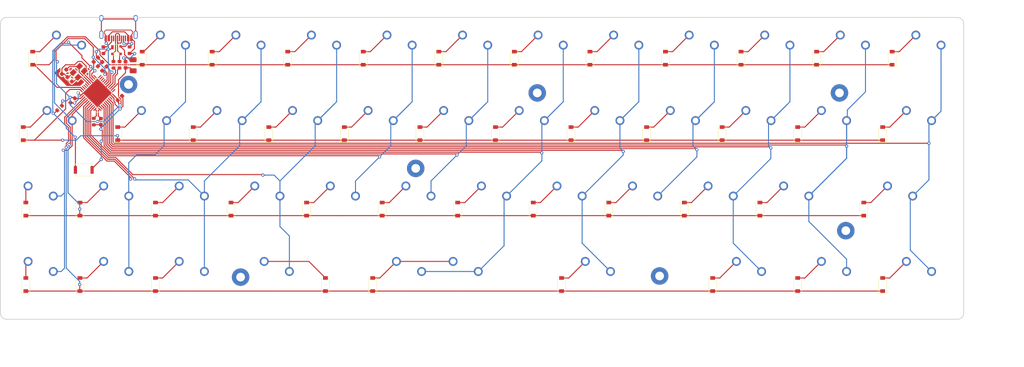
<source format=kicad_pcb>
(kicad_pcb (version 20211014) (generator pcbnew)
  (layers (0 "F.Cu" signal) (31 "B.Cu" signal) (34 "B.Paste" user) (35 "F.Paste" user) (36 "B.SilkS" user "B.Silkscreen") (37 "F.SilkS" user "F.Silkscreen") (38 "B.Mask" user) (39 "F.Mask" user) (44 "Edge.Cuts" user))
  (net 0 "")
  (footprint "Diode_SMD:D_SOD-123" (layer "F.Cu") (at 322.373078 151.838552 90)
    (fp_text reference "D_37" hide)
    (fp_text value "D")
  )
  (footprint "Diode_SMD:D_SOD-123" (layer "F.Cu") (at 248.559328 94.692552 90)
    (fp_text reference "D_5" hide)
    (fp_text value "D")
  )
  (footprint "Diode_SMD:D_SOD-123" (layer "F.Cu") (at 281.896828 113.742552 90)
    (fp_text reference "D_15" hide)
    (fp_text value "D")
  )
  (footprint "Button_Switch_SMD:SW_Push_SPST_NO_Alps_SKRK" (layer "F.Cu") (at 120.940328 122.894552 180)
    (fp_text reference "SW1" hide)
    (fp_text value "SW_Push")
  )
  (footprint "Capacitor_SMD:C_0603_1608Metric" (layer "F.Cu") (at 117.384328 100.034552 135)
    (fp_text reference "C8" hide)
    (fp_text value "22pF")
  )
  (footprint "Capacitor_SMD:C_0603_1608Metric" (layer "F.Cu") (at 125.258328 110.715552 -90)
    (fp_text reference "C3" hide)
    (fp_text value "0.1uF")
  )
  (footprint "Diode_SMD:D_SOD-123" (layer "F.Cu") (at 262.846828 113.742552 90)
    (fp_text reference "D_16" hide)
    (fp_text value "D")
  )
  (footprint "random-keyboard-parts:SOT143B" (layer "F.Cu") (at 129.195328 92.668552)
    (fp_text reference "U2" hide)
    (fp_text value "PRTR5V0U2X")
  )
  (footprint "Capacitor_SMD:C_0603_1608Metric" (layer "F.Cu") (at 118.146328 105.368552 -135)
    (fp_text reference "C4" hide)
    (fp_text value "0.1uF")
  )
  (footprint "Capacitor_SMD:C_0603_1608Metric" (layer "F.Cu") (at 126.147328 96.224552 135)
    (fp_text reference "C7" hide)
    (fp_text value "1uF")
  )
  (footprint "Diode_SMD:D_SOD-123" (layer "F.Cu") (at 322.373078 113.738552 90)
    (fp_text reference "D_13" hide)
    (fp_text value "D")
  )
  (footprint "Diode_SMD:D_SOD-123" (layer "F.Cu") (at 181.879328 151.838552 90)
    (fp_text reference "D_42" hide)
    (fp_text value "D")
  )
  (footprint "Diode_SMD:D_SOD-123" (layer "F.Cu") (at 224.746828 113.742552 90)
    (fp_text reference "D_18" hide)
    (fp_text value "D")
  )
  (footprint "Resistor_SMD:R_0603_1608Metric" (layer "F.Cu") (at 128.433328 96.351552 90)
    (fp_text reference "R4" hide)
    (fp_text value "22")
  )
  (footprint "Diode_SMD:D_SOD-123" (layer "F.Cu") (at 105.679328 113.738552 90)
    (fp_text reference "D_24" hide)
    (fp_text value "D")
  )
  (footprint "Diode_SMD:D_SOD-123" (layer "F.Cu") (at 177.121828 132.792552 90)
    (fp_text reference "D_32" hide)
    (fp_text value "D")
  )
  (footprint "Diode_SMD:D_SOD-123" (layer "F.Cu") (at 279.510578 151.838552 90)
    (fp_text reference "D_39" hide)
    (fp_text value "D")
  )
  (footprint "Diode_SMD:D_SOD-123" (layer "F.Cu") (at 253.321828 132.792552 90)
    (fp_text reference "D_28" hide)
    (fp_text value "D")
  )
  (footprint "Resistor_SMD:R_0603_1608Metric" (layer "F.Cu") (at 125.893328 92.668552 90)
    (fp_text reference "R1" hide)
    (fp_text value "5.1k")
  )
  (footprint "Capacitor_SMD:C_0603_1608Metric" (layer "F.Cu") (at 115.987328 98.129552 -135)
    (fp_text reference "C9" hide)
    (fp_text value "22pF")
  )
  (footprint "Diode_SMD:D_SOD-123" (layer "F.Cu") (at 196.171828 132.792552 90)
    (fp_text reference "D_31" hide)
    (fp_text value "D")
  )
  (footprint "Diode_SMD:D_SOD-123" (layer "F.Cu") (at 229.509328 94.692552 90)
    (fp_text reference "D_6" hide)
    (fp_text value "D")
  )
  (footprint "Diode_SMD:D_SOD-123" (layer "F.Cu") (at 158.071828 132.792552 90)
    (fp_text reference "D_33" hide)
    (fp_text value "D")
  )
  (footprint "Diode_SMD:D_SOD-123" (layer "F.Cu") (at 300.946828 151.842552 90)
    (fp_text reference "D_38" hide)
    (fp_text value "D")
  )
  (footprint "Diode_SMD:D_SOD-123" (layer "F.Cu") (at 234.271828 132.792552 90)
    (fp_text reference "D_29" hide)
    (fp_text value "D")
  )
  (footprint "Diode_SMD:D_SOD-123" (layer "F.Cu") (at 167.596828 113.742552 90)
    (fp_text reference "D_21" hide)
    (fp_text value "D")
  )
  (footprint "Diode_SMD:D_SOD-123" (layer "F.Cu") (at 241.410578 151.842552 90)
    (fp_text reference "D_40" hide)
    (fp_text value "D")
  )
  (footprint "Diode_SMD:D_SOD-123" (layer "F.Cu") (at 186.646828 113.742552 90)
    (fp_text reference "D_20" hide)
    (fp_text value "D")
  )
  (footprint "Diode_SMD:D_SOD-123" (layer "F.Cu") (at 106.335328 151.842552 90)
    (fp_text reference "D_46" hide)
    (fp_text value "D")
  )
  (footprint "Diode_SMD:D_SOD-123" (layer "F.Cu") (at 153.309328 94.692552 90)
    (fp_text reference "D_10" hide)
    (fp_text value "D")
  )
  (footprint "Diode_SMD:D_SOD-123" (layer "F.Cu") (at 300.946828 113.742552 90)
    (fp_text reference "D_14" hide)
    (fp_text value "D")
  )
  (footprint "Diode_SMD:D_SOD-123" (layer "F.Cu") (at 139.021828 132.792552 90)
    (fp_text reference "D_34" hide)
    (fp_text value "D")
  )
  (footprint "Diode_SMD:D_SOD-123" (layer "F.Cu") (at 193.785578 151.838552 90)
    (fp_text reference "D_41" hide)
    (fp_text value "D")
  )
  (footprint "Resistor_SMD:R_0603_1608Metric" (layer "F.Cu") (at 132.497328 92.668552 90)
    (fp_text reference "R2" hide)
    (fp_text value "5.1k")
  )
  (footprint "Diode_SMD:D_SOD-123" (layer "F.Cu") (at 148.546828 113.742552 90)
    (fp_text reference "D_22" hide)
    (fp_text value "D")
  )
  (footprint "Resistor_SMD:R_0603_1608Metric" (layer "F.Cu") (at 123.480328 110.702552 90)
    (fp_text reference "R5" hide)
    (fp_text value "10k")
  )
  (footprint "Diode_SMD:D_SOD-123" (layer "F.Cu") (at 267.609328 94.692552 90)
    (fp_text reference "D_4" hide)
    (fp_text value "D")
  )
  (footprint "Fuse:Fuse_1206_3216Metric" (layer "F.Cu") (at 133.386328 96.478552 90)
    (fp_text reference "F1" hide)
    (fp_text value "500mA")
  )
  (footprint "Diode_SMD:D_SOD-123" (layer "F.Cu") (at 317.610578 132.788552 90)
    (fp_text reference "D_25" hide)
    (fp_text value "D")
  )
  (footprint "Capacitor_SMD:C_0603_1608Metric" (layer "F.Cu") (at 125.044336 97.28056 135)
    (fp_text reference "C5" hide)
    (fp_text value "0.1uF")
  )
  (footprint "Diode_SMD:D_SOD-123" (layer "F.Cu") (at 135.672328 94.692552 90)
    (fp_text reference "D_11" hide)
    (fp_text value "D")
  )
  (footprint "Diode_SMD:D_SOD-123" (layer "F.Cu") (at 191.409328 94.692552 90)
    (fp_text reference "D_8" hide)
    (fp_text value "D")
  )
  (footprint "Type-C:HRO-TYPE-C-31-M-12-Assembly" (layer "F.Cu") (at 129.703328 82.000552 180)
    (fp_text reference "USB1" hide)
    (fp_text value "C167321")
  )
  (footprint "Diode_SMD:D_SOD-123" (layer "F.Cu") (at 215.221828 132.792552 90)
    (fp_text reference "D_30" hide)
    (fp_text value "D")
  )
  (footprint "Diode_SMD:D_SOD-123" (layer "F.Cu") (at 172.359328 94.692552 90)
    (fp_text reference "D_9" hide)
    (fp_text value "D")
  )
  (footprint "Package_DFN_QFN:QFN-44-1EP_7x7mm_P0.5mm_EP5.2x5.2mm" (layer "F.Cu") (at 124.369328 103.463552 -135)
    (fp_text reference "U1" hide)
    (fp_text value "ATmega32U4-MU")
  )
  (footprint "Crystal:Crystal_SMD_3225-4Pin_3.2x2.5mm" (layer "F.Cu") (at 119.670328 98.129552 45)
    (fp_text reference "Y1" hide)
    (fp_text value "16MHz")
  )
  (footprint "Diode_SMD:D_SOD-123" (layer "F.Cu") (at 205.696828 113.742552 90)
    (fp_text reference "D_19" hide)
    (fp_text value "D")
  )
  (footprint "Capacitor_SMD:C_0603_1608Metric" (layer "F.Cu") (at 131.481328 96.351552 90)
    (fp_text reference "C1" hide)
    (fp_text value "10uF")
  )
  (footprint "Diode_SMD:D_SOD-123" (layer "F.Cu") (at 324.759328 94.692552 90)
    (fp_text reference "D_1" hide)
    (fp_text value "D")
  )
  (footprint "Diode_SMD:D_SOD-123" (layer "F.Cu") (at 129.496828 113.742552 90)
    (fp_text reference "D_23" hide)
    (fp_text value "D")
  )
  (footprint "Diode_SMD:D_SOD-123" (layer "F.Cu") (at 291.421828 132.792552 90)
    (fp_text reference "D_26" hide)
    (fp_text value "D")
  )
  (footprint "Diode_SMD:D_SOD-123" (layer "F.Cu") (at 119.971828 151.842552 90)
    (fp_text reference "D_45" hide)
    (fp_text value "D")
  )
  (footprint "Diode_SMD:D_SOD-123" (layer "F.Cu") (at 119.971828 132.792552 90)
    (fp_text reference "D_35" hide)
    (fp_text value "D")
  )
  (footprint "Capacitor_SMD:C_0603_1608Metric" (layer "F.Cu") (at 123.988328 95.081552 45)
    (fp_text reference "C6" hide)
    (fp_text value "0.1uF")
  )
  (footprint "Diode_SMD:D_SOD-123" (layer "F.Cu") (at 106.335328 132.792552 90)
    (fp_text reference "D_36" hide)
    (fp_text value "D")
  )
  (footprint "Diode_SMD:D_SOD-123" (layer "F.Cu") (at 210.459328 94.692552 90)
    (fp_text reference "D_7" hide)
    (fp_text value "D")
  )
  (footprint "Capacitor_SMD:C_0603_1608Metric" (layer "F.Cu") (at 130.04432 104.77356 45)
    (fp_text reference "C2" hide)
    (fp_text value "0.1uF")
  )
  (footprint "Diode_SMD:D_SOD-123" (layer "F.Cu") (at 305.709328 94.692552 90)
    (fp_text reference "D_2" hide)
    (fp_text value "D")
  )
  (footprint "Resistor_SMD:R_0603_1608Metric" (layer "F.Cu") (at 114.844328 107.273552 -135)
    (fp_text reference "R6" hide)
    (fp_text value "10k")
  )
  (footprint "Diode_SMD:D_SOD-123" (layer "F.Cu") (at 108.060578 94.688552 90)
    (fp_text reference "D_12" hide)
    (fp_text value "D")
  )
  (footprint "Diode_SMD:D_SOD-123" (layer "F.Cu") (at 272.371828 132.792552 90)
    (fp_text reference "D_27" hide)
    (fp_text value "D")
  )
  (footprint "Resistor_SMD:R_0603_1608Metric" (layer "F.Cu") (at 129.957328 96.351552 90)
    (fp_text reference "R3" hide)
    (fp_text value "22")
  )
  (footprint "Diode_SMD:D_SOD-123" (layer "F.Cu") (at 243.796828 113.742552 90)
    (fp_text reference "D_17" hide)
    (fp_text value "D")
  )
  (footprint "Diode_SMD:D_SOD-123" (layer "F.Cu") (at 139.021828 151.842552 90)
    (fp_text reference "D_44" hide)
    (fp_text value "D")
  )
  (footprint "Diode_SMD:D_SOD-123" (layer "F.Cu") (at 286.659328 94.692552 90)
    (fp_text reference "D_3" hide)
    (fp_text value "D")
  )
  (footprint "MX_Only:MXOnly-1U-NoLED" (layer "B.Cu") (at 109.446828 151.088552 180)
    (fp_text reference "K_46")
    (fp_text value "KEYSW")
  )
  (footprint "MX_Only:MXOnly-1U-NoLED" (layer "B.Cu") (at 147.546828 151.088552 180)
    (fp_text reference "K_44")
    (fp_text value "KEYSW")
  )
  (footprint "MX_Only:MXOnly-1U-NoLED" (layer "B.Cu") (at 157.071828 112.988552 180)
    (fp_text reference "K_22")
    (fp_text value "KEYSW")
  )
  (footprint "MX_Only:MXOnly-1U-NoLED" (layer "B.Cu") (at 166.596828 132.038552 180)
    (fp_text reference "K_33")
    (fp_text value "KEYSW")
  )
  (footprint "MX_Only:MXOnly-1U-NoLED" (layer "B.Cu") (at 299.946828 132.038552 180)
    (fp_text reference "K_26")
    (fp_text value "KEYSW")
  )
  (footprint "MX_Only:MXOnly-1U-NoLED" (layer "B.Cu") (at 252.321828 112.988552 180)
    (fp_text reference "K_17")
    (fp_text value "KEYSW")
  )
  (footprint "MX_Only:MXOnly-1.25U-NoLED" (layer "B.Cu") (at 168.978078 151.088552 180)
    (fp_text reference "K_43")
    (fp_text value "1.25U")
  )
  (footprint "MountingHole:MountingHole_2.2mm_M2_Pad" (layer "B.Cu") (at 132.234328 101.337552 180)
    (fp_text reference "H6")
    (fp_text value "MountingHole_Pad")
  )
  (footprint "MX_Only:MXOnly-1.25U-NoLED" (layer "B.Cu") (at 330.903078 112.988552 180)
    (fp_text reference "K_13")
    (fp_text value "KEYSW")
  )
  (footprint "MX_Only:MXOnly-1U-NoLED" (layer "B.Cu") (at 238.034328 93.938552 180)
    (fp_text reference "K_6")
    (fp_text value "KEYSW")
  )
  (footprint "MX_Only:MXOnly-1U-NoLED" (layer "B.Cu") (at 147.546828 132.038552 180)
    (fp_text reference "K_34")
    (fp_text value "KEYSW")
  )
  (footprint "MX_Only:MXOnly-1.75U-NoLED" (layer "B.Cu") (at 116.590578 93.938552 180)
    (fp_text reference "K_12")
    (fp_text value "KEYSW")
  )
  (footprint "MountingHole:MountingHole_2.2mm_M2_Pad" (layer "B.Cu") (at 204.634328 122.513552 180)
    (fp_text reference "H6" hide)
    (fp_text value "MountingHole_Pad")
  )
  (footprint "MX_Only:MXOnly-6.25U-ReversedStabilizers-NoLED" (layer "B.Cu") (at 216.603078 151.088552 180)
    (fp_text reference "K_41")
    (fp_text value "KEYSW")
  )
  (footprint "MX_Only:MXOnly-1.25U-NoLED" (layer "B.Cu") (at 288.040578 151.088552 180)
    (fp_text reference "K_39")
    (fp_text value "KEYSW")
  )
  (footprint "MX_Only:MXOnly-1.75U-NoLED" (layer "B.Cu") (at 326.140578 132.038552 180)
    (fp_text reference "K_25")
    (fp_text value "KEYSW")
  )
  (footprint "MX_Only:MXOnly-1U-NoLED" (layer "B.Cu") (at 109.446828 132.038552 180)
    (fp_text reference "K_36")
    (fp_text value "KEYSW")
  )
  (footprint "MX_Only:MXOnly-1U-NoLED" (layer "B.Cu") (at 176.121828 112.988552 180)
    (fp_text reference "K_21")
    (fp_text value "KEYSW")
  )
  (footprint "MX_Only:MXOnly-1U-NoLED" (layer "B.Cu") (at 218.984328 93.938552 180)
    (fp_text reference "K_7")
    (fp_text value "KEYSW")
  )
  (footprint "MX_Only:MXOnly-1U-NoLED" (layer "B.Cu") (at 233.271828 112.988552 180)
    (fp_text reference "K_18")
    (fp_text value "KEYSW")
  )
  (footprint "MX_Only:MXOnly-1U-NoLED" (layer "B.Cu") (at 261.846828 132.038552 180)
    (fp_text reference "K_28")
    (fp_text value "KEYSW")
  )
  (footprint "MX_Only:MXOnly-1.25U-NoLED" (layer "B.Cu") (at 330.903078 151.088552 180)
    (fp_text reference "K_37")
    (fp_text value "KEYSW")
  )
  (footprint "MX_Only:MXOnly-1U-NoLED" (layer "B.Cu") (at 309.471828 112.988552 180)
    (fp_text reference "K_14")
    (fp_text value "KEYSW")
  )
  (footprint "MX_Only:MXOnly-1U-NoLED" (layer "B.Cu") (at 199.934328 93.938552 180)
    (fp_text reference "K_8")
    (fp_text value "KEYSW")
  )
  (footprint "MX_Only:MXOnly-1U-NoLED" (layer "B.Cu") (at 214.221828 112.988552 180)
    (fp_text reference "K_19")
    (fp_text value "KEYSW")
  )
  (footprint "MX_Only:MXOnly-1U-NoLED" (layer "B.Cu") (at 257.084328 93.938552 180)
    (fp_text reference "K_5")
    (fp_text value "KEYSW")
  )
  (footprint "MX_Only:MXOnly-1U-NoLED" (layer "B.Cu") (at 290.421828 112.988552 180)
    (fp_text reference "K_15")
    (fp_text value "KEYSW")
  )
  (footprint "MountingHole:MountingHole_2.2mm_M2_Pad" (layer "B.Cu") (at 160.484328 149.972552 180)
    (fp_text reference "H6" hide)
    (fp_text value "MountingHole_Pad")
  )
  (footprint "MX_Only:MXOnly-1U-NoLED" (layer "B.Cu") (at 276.134328 93.938552 180)
    (fp_text reference "K_4")
    (fp_text value "KEYSW")
  )
  (footprint "MX_Only:MXOnly-2.75U-ReversedStabilizers-NoLED" (layer "B.Cu") (at 249.940578 151.088552 180)
    (fp_text reference "K_40")
    (fp_text value "2.75U")
  )
  (footprint "MX_Only:MXOnly-1U-NoLED" (layer "B.Cu") (at 128.496828 151.088552 180)
    (fp_text reference "K_45")
    (fp_text value "KEYSW")
  )
  (footprint "MX_Only:MXOnly-1U-NoLED" (layer "B.Cu") (at 295.184328 93.938552 180)
    (fp_text reference "K_3")
    (fp_text value "KEYSW")
  )
  (footprint "MX_Only:MXOnly-1U-NoLED" (layer "B.Cu") (at 180.884328 93.938552 180)
    (fp_text reference "K_9")
    (fp_text value "KEYSW")
  )
  (footprint "MX_Only:MXOnly-1U-NoLED" (layer "B.Cu") (at 195.171828 112.988552 180)
    (fp_text reference "K_20")
    (fp_text value "KEYSW")
  )
  (footprint "MX_Only:MXOnly-2.25U-ReversedStabilizers-NoLED" (layer "B.Cu") (at 202.315578 151.088552 180)
    (fp_text reference "K_42")
    (fp_text value "2.25U")
  )
  (footprint "MX_Only:MXOnly-1U-NoLED" (layer "B.Cu") (at 280.896828 132.038552 180)
    (fp_text reference "K_27")
    (fp_text value "KEYSW")
  )
  (footprint "MX_Only:MXOnly-1U-NoLED" (layer "B.Cu") (at 333.284328 93.938552 180)
    (fp_text reference "K_1")
    (fp_text value "KEYSW")
  )
  (footprint "" (layer "B.Cu") (at 257.084424 103.463552 180)
    (fp_text reference "")
    (fp_text value "")
  )
  (footprint "MX_Only:MXOnly-1.5U-NoLED" (layer "B.Cu") (at 114.209328 112.988552 180)
    (fp_text reference "K_24")
    (fp_text value "KEYSW")
  )
  (footprint "MX_Only:MXOnly-1U-NoLED" (layer "B.Cu") (at 128.496828 132.038552 180)
    (fp_text reference "K_35")
    (fp_text value "KEYSW")
  )
  (footprint "MX_Only:MXOnly-1U-NoLED" (layer "B.Cu") (at 204.696828 132.038552 180)
    (fp_text reference "K_31")
    (fp_text value "KEYSW")
  )
  (footprint "MX_Only:MXOnly-1U-NoLED" (layer "B.Cu") (at 314.234328 93.938552 180)
    (fp_text reference "K_2")
    (fp_text value "KEYSW")
  )
  (footprint "MX_Only:MXOnly-1U-NoLED" (layer "B.Cu") (at 223.746828 132.038552 180)
    (fp_text reference "K_30")
    (fp_text value "KEYSW")
  )
  (footprint "MX_Only:MXOnly-1U-NoLED" (layer "B.Cu") (at 161.834328 93.938552 180)
    (fp_text reference "K_10")
    (fp_text value "KEYSW")
  )
  (footprint "MX_Only:MXOnly-1U-NoLED" (layer "B.Cu") (at 242.796828 132.038552 180)
    (fp_text reference "K_29")
    (fp_text value "KEYSW")
  )
  (footprint "MX_Only:MXOnly-1U-NoLED" (layer "B.Cu") (at 309.471828 151.088552 180)
    (fp_text reference "K_38")
    (fp_text value "KEYSW")
  )
  (footprint "MX_Only:MXOnly-1U-NoLED" (layer "B.Cu") (at 185.646828 132.038552 180)
    (fp_text reference "K_32")
    (fp_text value "KEYSW")
  )
  (footprint "MountingHole:MountingHole_2.2mm_M2_Pad" (layer "B.Cu") (at 313.084328 138.237552 180)
    (fp_text reference "H2" hide)
    (fp_text value "MountingHole_Pad")
  )
  (footprint "MX_Only:MXOnly-1U-NoLED" (layer "B.Cu") (at 271.371828 112.988552 180)
    (fp_text reference "K_16")
    (fp_text value "KEYSW")
  )
  (footprint "" (layer "B.Cu") (at 294.237682 170.34647 180)
    (fp_text reference "")
    (fp_text value "")
  )
  (footprint "MX_Only:MXOnly-1U-NoLED" (layer "B.Cu") (at 138.021828 112.988552 180)
    (fp_text reference "K_23")
    (fp_text value "KEYSW")
  )
  (footprint "MX_Only:MXOnly-1U-NoLED" (layer "B.Cu") (at 142.784328 93.938552 180)
    (fp_text reference "K_11")
    (fp_text value "KEYSW")
  )
  (footprint "MountingHole:MountingHole_2.2mm_M2_Pad" (layer "B.Cu") (at 311.484328 103.463552 180)
    (fp_text reference "H1" hide)
    (fp_text value "MountingHole_Pad")
  )
  (gr_arc (start 101.509328 160.613552) (mid 100.386796 160.148584) (end 99.921828 159.026052) (layer "Edge.Cuts") (width 0.2))
  (gr_arc (start 341.221828 84.413552) (mid 342.34436 84.87852) (end 342.809328 86.001052) (layer "Edge.Cuts") (width 0.2))
  (gr_arc (start 342.809328 159.026052) (mid 342.34436 160.148584) (end 341.221828 160.613552) (layer "Edge.Cuts") (width 0.2))
  (gr_arc (start 99.921828 86.001052) (mid 100.386796 84.87852) (end 101.509328 84.413552) (layer "Edge.Cuts") (width 0.2))
  (gr_line (start 341.221828 160.613552) (end 101.509328 160.613552) (layer "Edge.Cuts") (width 0.2))
  (gr_line (start 342.809328 86.001052) (end 342.809328 159.026052) (layer "Edge.Cuts") (width 0.2))
  (gr_line (start 99.921828 159.026052) (end 99.921828 86.001052) (layer "Edge.Cuts") (width 0.2))
  (gr_line (start 101.509328 84.413552) (end 341.221828 84.413552) (layer "Edge.Cuts") (width 0.2))
  (segment (start 291.421828 131.142552) (end 293.222828 131.142552) (width 0.25) (layer "F.Cu") (net 0))
  (segment (start 167.596828 112.092552) (end 169.397828 112.092552) (width 0.25) (layer "F.Cu") (net 0))
  (segment (start 121.7803 107.466794) (end 122.716466 106.530628) (width 0.25) (layer "F.Cu") (net 0))
  (segment (start 197.972828 131.142552) (end 202.156828 126.958552) (width 0.25) (layer "F.Cu") (net 0))
  (segment (start 133.730329 90.497553) (end 133.730329 92.260551) (width 0.25) (layer "F.Cu") (net 0))
  (segment (start 132.751328 125.189857) (end 132.751328 124.800962) (width 0.25) (layer "F.Cu") (net 0))
  (segment (start 334.042327 116.167553) (end 334.046328 116.163552) (width 0.25) (layer "F.Cu") (net 0))
  (segment (start 195.595578 150.188552) (end 199.775578 146.008552) (width 0.25) (layer "F.Cu") (net 0))
  (segment (start 126.478328 89.695552) (end 126.478328 88.853554) (width 0.2) (layer "F.Cu") (net 0))
  (segment (start 158.071828 131.142552) (end 159.872828 131.142552) (width 0.25) (layer "F.Cu") (net 0))
  (segment (start 126.478328 90.779301) (end 126.6153 90.916273) (width 0.25) (layer "F.Cu") (net 0))
  (segment (start 120.349221 95.506445) (end 119.499435 95.506445) (width 0.25) (layer "F.Cu") (net 0))
  (segment (start 302.747828 112.092552) (end 306.931828 107.908552) (width 0.25) (layer "F.Cu") (net 0))
  (segment (start 105.679328 115.388552) (end 108.50533 115.388552) (width 0.25) (layer "F.Cu") (net 0))
  (segment (start 174.160328 93.042552) (end 178.344328 88.858552) (width 0.25) (layer "F.Cu") (net 0))
  (segment (start 133.767328 125.180552) (end 128.804419 120.217643) (width 0.25) (layer "F.Cu") (net 0))
  (segment (start 122.230309 107.723892) (end 122.230308 114.215905) (width 0.25) (layer "F.Cu") (net 0))
  (segment (start 133.302373 124.079187) (end 128.990819 119.767633) (width 0.25) (layer "F.Cu") (net 0))
  (segment (start 127.290328 100.542552) (end 126.729297 101.103583) (width 0.25) (layer "F.Cu") (net 0))
  (segment (start 116.87633 117.94155) (end 115.796828 117.94155) (width 0.25) (layer "F.Cu") (net 0))
  (segment (start 124.115328 109.242552) (end 124.115328 107.92949) (width 0.25) (layer "F.Cu") (net 0))
  (segment (start 322.373078 112.088552) (end 324.174078 112.088552) (width 0.25) (layer "F.Cu") (net 0))
  (segment (start 150.347828 112.092552) (end 154.531828 107.908552) (width 0.25) (layer "F.Cu") (net 0))
  (segment (start 123.44032 97.096558) (end 123.44032 95.62956) (width 0.25) (layer "F.Cu") (net 0))
  (segment (start 125.357663 115.655552) (end 125.632653 115.380562) (width 0.25) (layer "F.Cu") (net 0))
  (segment (start 117.119308 112.330944) (end 117.119308 115.644532) (width 0.25) (layer "F.Cu") (net 0))
  (segment (start 159.872828 131.142552) (end 164.056828 126.958552) (width 0.25) (layer "F.Cu") (net 0))
  (segment (start 125.552336 95.676544) (end 124.496328 96.732552) (width 0.25) (layer "F.Cu") (net 0))
  (segment (start 124.369328 110.702552) (end 124.496328 110.702552) (width 0.25) (layer "F.Cu") (net 0))
  (segment (start 129.957328 95.526552) (end 129.957328 93.856552) (width 0.25) (layer "F.Cu") (net 0))
  (segment (start 131.481328 97.126552) (end 131.481328 98.35355) (width 0.25) (layer "F.Cu") (net 0))
  (segment (start 121.33029 114.588706) (end 126.959227 120.217643) (width 0.25) (layer "F.Cu") (net 0))
  (segment (start 122.230309 114.215905) (end 127.332027 119.317623) (width 0.25) (layer "F.Cu") (net 0))
  (segment (start 132.153328 88.93555) (end 131.24532 88.027542) (width 0.25) (layer "F.Cu") (net 0))
  (segment (start 119.499435 95.506445) (end 118.654328 96.351552) (width 0.25) (layer "F.Cu") (net 0))
  (segment (start 133.223318 87.95554) (end 132.87031 87.602532) (width 0.2) (layer "F.Cu") (net 0))
  (segment (start 125.383328 88.780552) (end 125.383328 84.838562) (width 0.25) (layer "F.Cu") (net 0))
  (segment (start 126.536346 87.602532) (end 126.188327 87.950551) (width 0.2) (layer "F.Cu") (net 0))
  (segment (start 132.928328 89.695552) (end 132.928328 88.840554) (width 0.2) (layer "F.Cu") (net 0))
  (segment (start 293.893338 117.067573) (end 294.168328 117.342563) (width 0.25) (layer "F.Cu") (net 0))
  (segment (start 125.632653 115.380562) (end 125.632653 112.981877) (width 0.25) (layer "F.Cu") (net 0))
  (segment (start 127.43269 116.236236) (end 128.264027 117.067573) (width 0.25) (layer "F.Cu") (net 0))
  (segment (start 132.153328 90.970074) (end 131.40485 91.718552) (width 0.25) (layer "F.Cu") (net 0))
  (segment (start 115.427691 105.711189) (end 115.643328 105.495552) (width 0.25) (layer "F.Cu") (net 0))
  (segment (start 122.716466 100.41369) (end 124.369328 102.066552) (width 0.25) (layer "F.Cu") (net 0))
  (segment (start 121.772828 150.192552) (end 125.956828 146.008552) (width 0.25) (layer "F.Cu") (net 0))
  (segment (start 126.532672 112.105452) (end 126.532672 107.04111) (width 0.25) (layer "F.Cu") (net 0))
  (segment (start 128.433328 95.526552) (end 128.433328 93.856552) (width 0.25) (layer "F.Cu") (net 0))
  (segment (start 130.817357 106.803828) (end 130.817357 104.450581) (width 0.25) (layer "F.Cu") (net 0))
  (segment (start 130.453328 89.695552) (end 130.453328 90.670552) (width 0.25) (layer "F.Cu") (net 0))
  (segment (start 124.115328 107.92949) (end 123.777126 107.591288) (width 0.25) (layer "F.Cu") (net 0))
  (segment (start 128.14351 104.409307) (end 127.197755 103.463552) (width 0.25) (layer "F.Cu") (net 0))
  (segment (start 124.623328 107.92949) (end 124.96153 107.591288) (width 0.25) (layer "F.Cu") (net 0))
  (segment (start 128.945328 97.688552) (end 128.945328 98.406998) (width 0.25) (layer "F.Cu") (net 0))
  (segment (start 132.754674 125.193203) (end 132.751328 125.189857) (width 0.25) (layer "F.Cu") (net 0))
  (segment (start 120.470577 94.614809) (end 120.470577 94.031672) (width 0.25) (layer "F.Cu") (net 0))
  (segment (start 307.510328 93.042552) (end 311.694328 88.858552) (width 0.25) (layer "F.Cu") (net 0))
  (segment (start 129.953328 88.73555) (end 129.69533 88.477552) (width 0.25) (layer "F.Cu") (net 0))
  (segment (start 128.306328 99.045998) (end 128.306328 100.940765) (width 0.25) (layer "F.Cu") (net 0))
  (segment (start 177.699328 146.008552) (end 166.438078 146.008552) (width 0.25) (layer "F.Cu") (net 0))
  (segment (start 130.195328 91.718552) (end 131.227328 92.750552) (width 0.25) (layer "F.Cu") (net 0))
  (segment (start 169.397828 112.092552) (end 173.581828 107.908552) (width 0.25) (layer "F.Cu") (net 0))
  (segment (start 215.221828 131.142552) (end 217.022828 131.142552) (width 0.25) (layer "F.Cu") (net 0))
  (segment (start 124.623328 109.305552) (end 124.623328 107.92949) (width 0.25) (layer "F.Cu") (net 0))
  (segment (start 115.43932 98.67756) (end 116.027336 98.67756) (width 0.25) (layer "F.Cu") (net 0))
  (segment (start 107.480328 112.088552) (end 111.664328 107.904552) (width 0.25) (layer "F.Cu") (net 0))
  (segment (start 133.703328 93.493552) (end 133.767328 93.557552) (width 0.25) (layer "F.Cu") (net 0))
  (segment (start 125.315083 107.237734) (end 124.369328 106.291979) (width 0.25) (layer "F.Cu") (net 0))
  (segment (start 224.746828 112.092552) (end 226.547828 112.092552) (width 0.25) (layer "F.Cu") (net 0))
  (segment (start 313.007338 116.617563) (end 313.281828 116.892053) (width 0.25) (layer "F.Cu") (net 0))
  (segment (start 129.953328 89.695552) (end 129.953328 88.73555) (width 0.25) (layer "F.Cu") (net 0))
  (segment (start 128.814328 101.139873) (end 127.789958 102.164243) (width 0.25) (layer "F.Cu") (net 0))
  (segment (start 128.618019 120.667653) (end 126.772826 120.667652) (width 0.25) (layer "F.Cu") (net 0))
  (segment (start 125.632653 112.981877) (end 125.258328 112.607552) (width 0.25) (layer "F.Cu") (net 0))
  (segment (start 133.223318 88.545564) (end 133.223318 87.95554) (width 0.2) (layer "F.Cu") (net 0))
  (segment (start 128.433328 93.856552) (end 128.195328 93.618552) (width 0.25) (layer "F.Cu") (net 0))
  (segment (start 129.211326 88.477552) (end 128.953328 88.73555) (width 0.25) (layer "F.Cu") (net 0))
  (segment (start 131.227328 93.808552) (end 132.497328 95.078552) (width 0.25) (layer "F.Cu") (net 0))
  (segment (start 121.380728 89.297542) (end 116.816927 89.297543) (width 0.25) (layer "F.Cu") (net 0))
  (segment (start 128.953328 88.73555) (end 128.953328 89.695552) (width 0.25) (layer "F.Cu") (net 0))
  (segment (start 305.709328 93.042552) (end 307.510328 93.042552) (width 0.25) (layer "F.Cu") (net 0))
  (segment (start 127.43269 112.478254) (end 127.432689 112.478257) (width 0.25) (layer "F.Cu") (net 0))
  (segment (start 127.43269 112.478254) (end 127.43269 106.526914) (width 0.25) (layer "F.Cu") (net 0))
  (segment (start 127.740338 100.799649) (end 127.08285 101.457137) (width 0.25) (layer "F.Cu") (net 0))
  (segment (start 121.33029 107.209697) (end 122.362913 106.177074) (width 0.25) (layer "F.Cu") (net 0))
  (segment (start 293.893338 117.067573) (end 128.264027 117.067573) (width 0.25) (layer "F.Cu") (net 0))
  (segment (start 130.338328 105.067582) (end 130.338328 106.25755) (width 0.25) (layer "F.Cu") (net 0))
  (segment (start 119.924328 132.800552) (end 119.924328 134.395052) (width 0.25) (layer "F.Cu") (net 0))
  (segment (start 124.536336 94.61356) (end 125.59932 95.676544) (width 0.25) (layer "F.Cu") (net 0))
  (segment (start 207.497828 112.092552) (end 211.681828 107.908552) (width 0.25) (layer "F.Cu") (net 0))
  (segment (start 121.302252 105.116414) (end 121.231558 105.116414) (width 0.25) (layer "F.Cu") (net 0))
  (segment (start 217.022828 131.142552) (end 221.206828 126.958552) (width 0.25) (layer "F.Cu") (net 0))
  (segment (start 129.496828 115.392552) (end 129.496828 114.306106) (width 0.25) (layer "F.Cu") (net 0))
  (segment (start 324.759328 96.342552) (end 127.49058 96.342552) (width 0.25) (layer "F.Cu") (net 0))
  (segment (start 326.560328 93.042552) (end 330.744328 88.858552) (width 0.25) (layer "F.Cu") (net 0))
  (segment (start 199.775578 146.008552) (end 214.063078 146.008552) (width 0.25) (layer "F.Cu") (net 0))
  (segment (start 128.332708 106.012718) (end 127.436404 105.116414) (width 0.25) (layer "F.Cu") (net 0))
  (segment (start 300.946828 112.092552) (end 302.747828 112.092552) (width 0.25) (layer "F.Cu") (net 0))
  (segment (start 127.740338 98.523598) (end 127.740338 100.799649) (width 0.25) (layer "F.Cu") (net 0))
  (segment (start 248.559328 93.042552) (end 250.360328 93.042552) (width 0.25) (layer "F.Cu") (net 0))
  (segment (start 281.311578 150.188552) (end 285.495578 146.004552) (width 0.25) (layer "F.Cu") (net 0))
  (segment (start 116.368328 107.525554) (end 116.368328 103.590552) (width 0.25) (layer "F.Cu") (net 0))
  (segment (start 123.423573 99.68937) (end 122.953329 99.219126) (width 0.25) (layer "F.Cu") (net 0))
  (segment (start 130.953328 90.844478) (end 131.102402 90.993552) (width 0.25) (layer "F.Cu") (net 0))
  (segment (start 119.971828 150.192552) (end 121.772828 150.192552) (width 0.25) (layer "F.Cu") (net 0))
  (segment (start 193.785578 150.188552) (end 195.595578 150.188552) (width 0.25) (layer "F.Cu") (net 0))
  (segment (start 196.171828 131.142552) (end 197.972828 131.142552) (width 0.25) (layer "F.Cu") (net 0))
  (segment (start 131.481328 95.576552) (end 131.481328 95.087858) (width 0.25) (layer "F.Cu") (net 0))
  (segment (start 113.512315 108.605565) (end 113.258315 108.605565) (width 0.25) (layer "F.Cu") (net 0))
  (segment (start 127.953328 90.603551) (end 126.713327 91.843552) (width 0.25) (layer "F.Cu") (net 0))
  (segment (start 129.453328 90.705552) (end 129.453328 91.021552) (width 0.25) (layer "F.Cu") (net 0))
  (segment (start 116.119318 111.330954) (end 117.119308 112.330944) (width 0.25) (layer "F.Cu") (net 0))
  (segment (start 275.256088 117.517583) (end 275.531078 117.792573) (width 0.25) (layer "F.Cu") (net 0))
  (segment (start 127.139831 92.429828) (end 127.684052 92.429828) (width 0.25) (layer "F.Cu") (net 0))
  (segment (start 122.230308 107.723892) (end 123.070019 106.884181) (width 0.25) (layer "F.Cu") (net 0))
  (segment (start 117.932336 100.58256) (end 118.419401 100.58256) (width 0.25) (layer "F.Cu") (net 0))
  (segment (start 188.447828 112.092552) (end 192.631828 107.908552) (width 0.25) (layer "F.Cu") (net 0))
  (segment (start 122.680318 107.980989) (end 123.423573 107.237734) (width 0.25) (layer "F.Cu") (net 0))
  (segment (start 129.496828 115.392552) (end 322.369078 115.392552) (width 0.25) (layer "F.Cu") (net 0))
  (segment (start 127.882699 116.049835) (end 128.450427 116.617563) (width 0.25) (layer "F.Cu") (net 0))
  (segment (start 114.299328 95.589552) (end 113.955328 95.245552) (width 0.25) (layer "F.Cu") (net 0))
  (segment (start 119.797328 96.800471) (end 119.797328 98.184445) (width 0.25) (layer "F.Cu") (net 0))
  (segment (start 130.453328 90.670552) (end 130.233328 90.890552) (width 0.25) (layer "F.Cu") (net 0))
  (segment (start 134.023328 88.780552) (end 134.023328 84.838562) (width 0.25) (layer "F.Cu") (net 0))
  (segment (start 127.139831 92.429828) (end 126.957052 92.429828) (width 0.25) (layer "F.Cu") (net 0))
  (segment (start 334.042327 116.167553) (end 128.636827 116.167553) (width 0.25) (layer "F.Cu") (net 0))
  (segment (start 116.535336 97.581544) (end 117.315317 96.801563) (width 0.25) (layer "F.Cu") (net 0))
  (segment (start 126.478328 89.695552) (end 126.478328 90.779301) (width 0.25) (layer "F.Cu") (net 0))
  (segment (start 139.021828 150.192552) (end 140.822828 150.192552) (width 0.25) (layer "F.Cu") (net 0))
  (segment (start 127.8827 106.269817) (end 127.882699 116.049835) (width 0.25) (layer "F.Cu") (net 0))
  (segment (start 117.384328 102.574552) (end 119.944794 102.574552) (width 0.25) (layer "F.Cu") (net 0))
  (segment (start 274.172828 131.142552) (end 278.356828 126.958552) (width 0.25) (layer "F.Cu") (net 0))
  (segment (start 269.410328 93.042552) (end 273.594328 88.858552) (width 0.25) (layer "F.Cu") (net 0))
  (segment (start 113.505318 95.023562) (end 112.186328 96.342552) (width 0.25) (layer "F.Cu") (net 0))
  (segment (start 124.11138 94.108588) (end 124.536336 94.533544) (width 0.25) (layer "F.Cu") (net 0))
  (segment (start 139.021828 131.142552) (end 140.822828 131.142552) (width 0.25) (layer "F.Cu") (net 0))
  (segment (start 120.63795 103.659396) (end 120.241592 104.055754) (width 0.25) (layer "F.Cu") (net 0))
  (segment (start 116.368328 103.590552) (end 117.384328 102.574552) (width 0.25) (layer "F.Cu") (net 0))
  (segment (start 126.274328 98.510552) (end 125.592344 97.828568) (width 0.25) (layer "F.Cu") (net 0))
  (segment (start 120.693788 103.63893) (end 120.869166 103.463552) (width 0.25) (layer "F.Cu") (net 0))
  (segment (start 115.593328 115.388552) (end 115.606328 115.401552) (width 0.25) (layer "F.Cu") (net 0))
  (segment (start 120.948699 104.762861) (end 116.119317 109.592245) (width 0.25) (layer "F.Cu") (net 0))
  (segment (start 116.569327 109.778645) (end 116.569327 111.144553) (width 0.25) (layer "F.Cu") (net 0))
  (segment (start 118.419401 100.58256) (end 119.493551 99.50841) (width 0.25) (layer "F.Cu") (net 0))
  (segment (start 262.846828 112.092552) (end 264.647828 112.092552) (width 0.25) (layer "F.Cu") (net 0))
  (segment (start 108.060578 93.038552) (end 109.861578 93.038552) (width 0.25) (layer "F.Cu") (net 0))
  (segment (start 131.40485 91.718552) (end 130.195328 91.718552) (width 0.25) (layer "F.Cu") (net 0))
  (segment (start 118.840328 122.894552) (end 118.840328 114.698552) (width 0.25) (layer "F.Cu") (net 0))
  (segment (start 122.716466 100.396476) (end 122.716466 100.41369) (width 0.25) (layer "F.Cu") (net 0))
  (segment (start 317.610578 134.438552) (end 106.339328 134.438552) (width 0.25) (layer "F.Cu") (net 0))
  (segment (start 127.704827 118.417603) (end 236.208817 118.417603) (width 0.25) (layer "F.Cu") (net 0))
  (segment (start 116.368328 107.525554) (end 108.50533 115.388552) (width 0.25) (layer "F.Cu") (net 0))
  (segment (start 106.335328 146.580052) (end 106.335328 150.192552) (width 0.25) (layer "F.Cu") (net 0))
  (segment (start 128.953328 92.860552) (end 128.195328 93.618552) (width 0.25) (layer "F.Cu") (net 0))
  (segment (start 121.231558 105.116414) (end 116.569327 109.778645) (width 0.25) (layer "F.Cu") (net 0))
  (segment (start 128.161336 88.027542) (end 127.253328 88.93555) (width 0.25) (layer "F.Cu") (net 0))
  (segment (start 121.7803 107.466794) (end 121.7803 114.402306) (width 0.25) (layer "F.Cu") (net 0))
  (segment (start 128.029856 98.23408) (end 127.740338 98.523598) (width 0.25) (layer "F.Cu") (net 0))
  (segment (start 129.703328 106.130552) (end 129.703328 105.528584) (width 0.25) (layer "F.Cu") (net 0))
  (segment (start 123.353328 94.446552) (end 123.353328 91.906552) (width 0.25) (layer "F.Cu") (net 0))
  (segment (start 300.946828 150.192552) (end 302.747828 150.192552) (width 0.25) (layer "F.Cu") (net 0))
  (segment (start 132.153328 89.695552) (end 132.153328 88.93555) (width 0.25) (layer "F.Cu") (net 0))
  (segment (start 120.470577 94.031672) (end 117.107545 90.66864) (width 0.25) (layer "F.Cu") (net 0))
  (segment (start 129.703328 104.432582) (end 130.338328 105.067582) (width 0.25) (layer "F.Cu") (net 0))
  (segment (start 120.880282 114.775108) (end 120.880282 106.952598) (width 0.25) (layer "F.Cu") (net 0))
  (segment (start 231.310328 93.042552) (end 235.494328 88.858552) (width 0.25) (layer "F.Cu") (net 0))
  (segment (start 121.772828 131.142552) (end 125.956828 126.958552) (width 0.25) (layer "F.Cu") (net 0))
  (segment (start 120.143901 104.860552) (end 120.595146 104.409307) (width 0.25) (layer "F.Cu") (net 0))
  (segment (start 126.982682 106.784013) (end 126.982681 116.422637) (width 0.25) (layer "F.Cu") (net 0))
  (segment (start 130.099823 107.521362) (end 130.817357 106.803828) (width 0.25) (layer "F.Cu") (net 0))
  (segment (start 319.411578 131.138552) (end 323.595578 126.954552) (width 0.25) (layer "F.Cu") (net 0))
  (segment (start 126.982682 106.784013) (end 126.375743 106.177074) (width 0.25) (layer "F.Cu") (net 0))
  (segment (start 165.978157 124.079187) (end 166.110246 124.211276) (width 0.25) (layer "F.Cu") (net 0))
  (segment (start 253.321828 131.142552) (end 255.122828 131.142552) (width 0.25) (layer "F.Cu") (net 0))
  (segment (start 119.971828 131.142552) (end 121.772828 131.142552) (width 0.25) (layer "F.Cu") (net 0))
  (segment (start 128.557537 104.823334) (end 128.557537 105.601137) (width 0.25) (layer "F.Cu") (net 0))
  (segment (start 133.005328 91.020554) (end 133.005328 91.335552) (width 0.25) (layer "F.Cu") (net 0))
  (segment (start 178.922828 131.142552) (end 183.106828 126.958552) (width 0.25) (layer "F.Cu") (net 0))
  (segment (start 126.713327 91.843552) (end 125.893328 91.843552) (width 0.25) (layer "F.Cu") (net 0))
  (segment (start 125.258328 111.490552) (end 125.258328 112.607552) (width 0.25) (layer "F.Cu") (net 0))
  (segment (start 129.703328 100.957979) (end 129.703328 104.432582) (width 0.25) (layer "F.Cu") (net 0))
  (segment (start 241.410578 150.192552) (end 243.216578 150.192552) (width 0.25) (layer "F.Cu") (net 0))
  (segment (start 275.256088 117.517583) (end 128.077627 117.517583) (width 0.25) (layer "F.Cu") (net 0))
  (segment (start 108.50533 115.388552) (end 115.593328 115.388552) (width 0.25) (layer "F.Cu") (net 0))
  (segment (start 129.496828 112.092552) (end 131.297828 112.092552) (width 0.25) (layer "F.Cu") (net 0))
  (segment (start 129.453328 92.876552) (end 130.195328 93.618552) (width 0.25) (layer "F.Cu") (net 0))
  (segment (start 128.557537 105.601137) (end 128.814328 105.857928) (width 0.25) (layer "F.Cu") (net 0))
  (segment (start 155.110328 93.042552) (end 159.294328 88.858552) (width 0.25) (layer "F.Cu") (net 0))
  (segment (start 123.480328 109.877552) (end 124.115328 109.242552) (width 0.25) (layer "F.Cu") (net 0))
  (segment (start 236.072828 131.142552) (end 240.256828 126.958552) (width 0.25) (layer "F.Cu") (net 0))
  (segment (start 120.880282 106.952598) (end 122.009359 105.823521) (width 0.25) (layer "F.Cu") (net 0))
  (segment (start 127.49058 96.342552) (end 125.045454 93.897426) (width 0.25) (layer "F.Cu") (net 0))
  (segment (start 128.814328 105.857928) (end 128.814328 106.298496) (width 0.25) (layer "F.Cu") (net 0))
  (segment (start 128.953328 89.695552) (end 128.953328 92.860552) (width 0.25) (layer "F.Cu") (net 0))
  (segment (start 130.092356 106.503522) (end 130.076298 106.503522) (width 0.25) (layer "F.Cu") (net 0))
  (segment (start 288.460328 93.042552) (end 292.644328 88.858552) (width 0.25) (layer "F.Cu") (net 0))
  (segment (start 129.496312 105.055002) (end 128.497064 104.055754) (width 0.25) (layer "F.Cu") (net 0))
  (segment (start 133.730329 92.260551) (end 132.497328 93.493552) (width 0.25) (layer "F.Cu") (net 0))
  (segment (start 126.982681 116.422637) (end 128.077627 117.517583) (width 0.25) (layer "F.Cu") (net 0))
  (segment (start 130.338328 106.25755) (end 130.092356 106.503522) (width 0.25) (layer "F.Cu") (net 0))
  (segment (start 126.532671 112.105453) (end 126.532672 116.609038) (width 0.25) (layer "F.Cu") (net 0))
  (segment (start 121.10783 105.876552) (end 121.249221 105.876552) (width 0.25) (layer "F.Cu") (net 0))
  (segment (start 123.353328 94.446552) (end 123.353328 95.542568) (width 0.25) (layer "F.Cu") (net 0))
  (segment (start 118.840328 114.698552) (end 118.785555 114.643779) (width 0.25) (layer "F.Cu") (net 0))
  (segment (start 119.924328 151.850552) (end 119.924328 153.445052) (width 0.25) (layer "F.Cu") (net 0))
  (segment (start 129.445328 97.688552) (end 129.445328 98.614106) (width 0.25) (layer "F.Cu") (net 0))
  (segment (start 128.332708 115.863434) (end 128.636827 116.167553) (width 0.25) (layer "F.Cu") (net 0))
  (segment (start 205.696828 112.092552) (end 207.497828 112.092552) (width 0.25) (layer "F.Cu") (net 0))
  (segment (start 267.609328 93.042552) (end 269.410328 93.042552) (width 0.25) (layer "F.Cu") (net 0))
  (segment (start 127.684052 92.429828) (end 128.195328 91.918552) (width 0.25) (layer "F.Cu") (net 0))
  (segment (start 133.005328 91.335552) (end 132.497328 91.843552) (width 0.25) (layer "F.Cu") (net 0))
  (segment (start 116.027336 98.67756) (end 116.83632 99.486544) (width 0.25) (layer "F.Cu") (net 0))
  (segment (start 106.335328 131.142552) (end 106.335328 127.530052) (width 0.25) (layer "F.Cu") (net 0))
  (segment (start 128.814328 106.298496) (end 130.037194 107.521362) (width 0.25) (layer "F.Cu") (net 0))
  (segment (start 121.049186 97.952775) (end 121.544161 97.4578) (width 0.25) (layer "F.Cu") (net 0))
  (segment (start 117.569318 112.144544) (end 117.569318 116.223256) (width 0.25) (layer "F.Cu") (net 0))
  (segment (start 127.432689 112.478257) (end 127.43269 116.236236) (width 0.25) (layer "F.Cu") (net 0))
  (segment (start 131.24532 88.027542) (end 128.161336 88.027542) (width 0.25) (layer "F.Cu") (net 0))
  (segment (start 121.194328 89.747552) (end 117.003328 89.747552) (width 0.25) (layer "F.Cu") (net 0))
  (segment (start 128.332708 115.863434) (end 128.332708 106.012718) (width 0.25) (layer "F.Cu") (net 0))
  (segment (start 126.274328 98.764552) (end 126.274328 98.510552) (width 0.25) (layer "F.Cu") (net 0))
  (segment (start 181.879328 150.188552) (end 177.699328 146.008552) (width 0.25) (layer "F.Cu") (net 0))
  (segment (start 126.840317 100.285456) (end 126.375743 100.75003) (width 0.25) (layer "F.Cu") (net 0))
  (segment (start 118.019328 110.448552) (end 118.019328 116.798552) (width 0.25) (layer "F.Cu") (net 0))
  (segment (start 132.928328 88.840554) (end 133.223318 88.545564) (width 0.2) (layer "F.Cu") (net 0))
  (segment (start 121.544161 96.701385) (end 120.349221 95.506445) (width 0.25) (layer "F.Cu") (net 0))
  (segment (start 115.43932 97.28056) (end 115.43932 98.67756) (width 0.25) (layer "F.Cu") (net 0))
  (segment (start 127.08285 101.457137) (end 125.076435 103.463552) (width 0.25) (layer "F.Cu") (net 0))
  (segment (start 214.772338 118.867613) (end 127.518427 118.867613) (width 0.25) (layer "F.Cu") (net 0))
  (segment (start 131.481328 98.35355) (end 129.703328 100.13155) (width 0.25) (layer "F.Cu") (net 0))
  (segment (start 129.453328 90.705552) (end 129.453328 89.695552) (width 0.25) (layer "F.Cu") (net 0))
  (segment (start 153.309328 93.042552) (end 155.110328 93.042552) (width 0.25) (layer "F.Cu") (net 0))
  (segment (start 125.258328 109.940552) (end 124.623328 109.305552) (width 0.25) (layer "F.Cu") (net 0))
  (segment (start 131.481328 95.087858) (end 131.033675 94.640205) (width 0.25) (layer "F.Cu") (net 0))
  (segment (start 125.592344 97.828568) (end 126.227344 97.828568) (width 0.25) (layer "F.Cu") (net 0))
  (segment (start 128.450427 116.617563) (end 313.007338 116.617563) (width 0.25) (layer "F.Cu") (net 0))
  (segment (start 132.751328 124.800962) (end 128.618019 120.667653) (width 0.25) (layer "F.Cu") (net 0))
  (segment (start 126.188327 87.950551) (end 126.188327 88.563553) (width 0.2) (layer "F.Cu") (net 0))
  (segment (start 125.346374 120.266506) (end 123.040328 122.572552) (width 0.25) (layer "F.Cu") (net 0))
  (segment (start 317.610578 131.138552) (end 319.411578 131.138552) (width 0.25) (layer "F.Cu") (net 0))
  (segment (start 324.174078 150.188552) (end 328.358078 146.004552) (width 0.25) (layer "F.Cu") (net 0))
  (segment (start 128.814328 99.245106) (end 128.814328 101.139873) (width 0.25) (layer "F.Cu") (net 0))
  (segment (start 212.260328 93.042552) (end 216.444328 88.858552) (width 0.25) (layer "F.Cu") (net 0))
  (segment (start 121.049186 97.952775) (end 121.049186 98.729196) (width 0.25) (layer "F.Cu") (net 0))
  (segment (start 105.679328 112.088552) (end 107.480328 112.088552) (width 0.25) (layer "F.Cu") (net 0))
  (segment (start 186.646828 112.092552) (end 188.447828 112.092552) (width 0.25) (layer "F.Cu") (net 0))
  (segment (start 127.08285 105.469967) (end 127.8827 106.269817) (width 0.25) (layer "F.Cu") (net 0))
  (segment (start 117.315317 96.801563) (end 119.796236 96.801563) (width 0.25) (layer "F.Cu") (net 0))
  (segment (start 121.330291 114.588706) (end 121.33029 107.209697) (width 0.25) (layer "F.Cu") (net 0))
  (segment (start 286.659328 93.042552) (end 288.460328 93.042552) (width 0.25) (layer "F.Cu") (net 0))
  (segment (start 129.957328 97.176552) (end 129.445328 97.688552) (width 0.25) (layer "F.Cu") (net 0))
  (segment (start 243.796828 112.092552) (end 245.597828 112.092552) (width 0.25) (layer "F.Cu") (net 0))
  (segment (start 133.386328 97.878552) (end 132.621328 97.113552) (width 0.25) (layer "F.Cu") (net 0))
  (segment (start 118.019328 116.798552) (end 116.87633 117.94155) (width 0.25) (layer "F.Cu") (net 0))
  (segment (start 114.209328 102.066552) (end 120.143901 102.066552) (width 0.25) (layer "F.Cu") (net 0))
  (segment (start 127.253328 88.93555) (end 127.253328 89.695552) (width 0.25) (layer "F.Cu") (net 0))
  (segment (start 113.505318 92.609152) (end 113.505318 95.023562) (width 0.25) (layer "F.Cu") (net 0))
  (segment (start 126.772826 120.667652) (end 120.880282 114.775108) (width 0.25) (layer "F.Cu") (net 0))
  (segment (start 126.532672 112.105452) (end 126.532671 112.105453) (width 0.25) (layer "F.Cu") (net 0))
  (segment (start 322.373078 153.488552) (end 106.339328 153.488552) (width 0.25) (layer "F.Cu") (net 0))
  (segment (start 127.953328 89.695552) (end 127.953328 90.603551) (width 0.25) (layer "F.Cu") (net 0))
  (segment (start 210.459328 93.042552) (end 212.260328 93.042552) (width 0.25) (layer "F.Cu") (net 0))
  (segment (start 324.174078 112.088552) (end 328.358078 107.904552) (width 0.25) (layer "F.Cu") (net 0))
  (segment (start 118.734344 104.860552) (end 120.143901 104.860552) (width 0.25) (layer "F.Cu") (net 0))
  (segment (start 193.210328 93.042552) (end 197.394328 88.858552) (width 0.25) (layer "F.Cu") (net 0))
  (segment (start 256.682338 117.967593) (end 127.891227 117.967593) (width 0.25) (layer "F.Cu") (net 0))
  (segment (start 136.060328 93.042552) (end 140.244328 88.858552) (width 0.25) (layer "F.Cu") (net 0))
  (segment (start 121.544161 97.4578) (end 121.544161 96.701385) (width 0.25) (layer "F.Cu") (net 0))
  (segment (start 245.597828 112.092552) (end 249.781828 107.908552) (width 0.25) (layer "F.Cu") (net 0))
  (segment (start 115.427691 106.690189) (end 115.427691 105.711189) (width 0.25) (layer "F.Cu") (net 0))
  (segment (start 117.003328 89.747552) (end 113.955328 92.795552) (width 0.25) (layer "F.Cu") (net 0))
  (segment (start 127.43269 106.526914) (end 126.729297 105.823521) (width 0.25) (layer "F.Cu") (net 0))
  (segment (start 132.153328 89.695552) (end 132.153328 90.970074) (width 0.25) (layer "F.Cu") (net 0))
  (segment (start 177.121828 131.142552) (end 178.922828 131.142552) (width 0.25) (layer "F.Cu") (net 0))
  (segment (start 132.497328 93.493552) (end 133.703328 93.493552) (width 0.25) (layer "F.Cu") (net 0))
  (segment (start 122.680318 114.029504) (end 127.518427 118.867613) (width 0.25) (layer "F.Cu") (net 0))
  (segment (start 250.360328 93.042552) (end 254.544328 88.858552) (width 0.25) (layer "F.Cu") (net 0))
  (segment (start 126.957052 92.429828) (end 125.893328 93.493552) (width 0.25) (layer "F.Cu") (net 0))
  (segment (start 132.497328 95.078552) (end 133.386328 95.078552) (width 0.25) (layer "F.Cu") (net 0))
  (segment (start 256.682338 117.967593) (end 256.957328 118.242583) (width 0.25) (layer "F.Cu") (net 0))
  (segment (start 281.896828 112.092552) (end 283.697828 112.092552) (width 0.25) (layer "F.Cu") (net 0))
  (segment (start 126.478328 88.853554) (end 126.188327 88.563553) (width 0.2) (layer "F.Cu") (net 0))
  (segment (start 126.082663 116.795439) (end 127.704827 118.417603) (width 0.25) (layer "F.Cu") (net 0))
  (segment (start 264.647828 112.092552) (end 268.831828 107.908552) (width 0.25) (layer "F.Cu") (net 0))
  (segment (start 129.703328 100.13155) (end 129.703328 100.957979) (width 0.25) (layer "F.Cu") (net 0))
  (segment (start 117.52233 104.593309) (end 118.467101 104.593309) (width 0.25) (layer "F.Cu") (net 0))
  (segment (start 125.045454 93.897426) (end 125.045454 92.962268) (width 0.25) (layer "F.Cu") (net 0))
  (segment (start 129.69533 88.477552) (end 129.211326 88.477552) (width 0.25) (layer "F.Cu") (net 0))
  (segment (start 129.445328 98.614106) (end 128.814328 99.245106) (width 0.25) (layer "F.Cu") (net 0))
  (segment (start 214.772338 118.867613) (end 215.047328 119.142603) (width 0.25) (layer "F.Cu") (net 0))
  (segment (start 130.037194 107.521362) (end 130.099823 107.521362) (width 0.25) (layer "F.Cu") (net 0))
  (segment (start 324.759328 93.042552) (end 326.560328 93.042552) (width 0.25) (layer "F.Cu") (net 0))
  (segment (start 128.990819 119.767633) (end 127.145627 119.767633) (width 0.25) (layer "F.Cu") (net 0))
  (segment (start 130.233328 90.890552) (end 129.638328 90.890552) (width 0.25) (layer "F.Cu") (net 0))
  (segment (start 125.258328 111.490552) (end 123.517328 111.490552) (width 0.25) (layer "F.Cu") (net 0))
  (segment (start 191.409328 93.042552) (end 193.210328 93.042552) (width 0.25) (layer "F.Cu") (net 0))
  (segment (start 129.703328 100.957979) (end 128.14351 102.517797) (width 0.25) (layer "F.Cu") (net 0))
  (segment (start 123.353328 91.906552) (end 121.194328 89.747552) (width 0.25) (layer "F.Cu") (net 0))
  (segment (start 243.216578 150.192552) (end 247.400578 146.008552) (width 0.25) (layer "F.Cu") (net 0))
  (segment (start 122.953329 98.656551) (end 123.734328 97.875552) (width 0.25) (layer "F.Cu") (net 0))
  (segment (start 118.654328 96.351552) (end 116.368328 96.351552) (width 0.25) (layer "F.Cu") (net 0))
  (segment (start 229.509328 93.042552) (end 231.310328 93.042552) (width 0.25) (layer "F.Cu") (net 0))
  (segment (start 279.510578 150.188552) (end 281.311578 150.188552) (width 0.25) (layer "F.Cu") (net 0))
  (segment (start 122.68367 96.827902) (end 120.470577 94.614809) (width 0.25) (layer "F.Cu") (net 0))
  (segment (start 116.368328 96.351552) (end 115.43932 97.28056) (width 0.25) (layer "F.Cu") (net 0))
  (segment (start 109.861578 93.038552) (end 114.045578 88.854552) (width 0.25) (layer "F.Cu") (net 0))
  (segment (start 124.496328 110.702552) (end 125.258328 109.940552) (width 0.25) (layer "F.Cu") (net 0))
  (segment (start 129.638328 90.890552) (end 129.584328 90.890552) (width 0.25) (layer "F.Cu") (net 0))
  (segment (start 124.11138 93.0535) (end 124.11138 94.108588) (width 0.25) (layer "F.Cu") (net 0))
  (segment (start 165.978157 124.079187) (end 133.302373 124.079187) (width 0.25) (layer "F.Cu") (net 0))
  (segment (start 114.209328 102.066552) (end 108.481328 96.338552) (width 0.25) (layer "F.Cu") (net 0))
  (segment (start 117.111255 99.486544) (end 118.29147 98.306329) (width 0.25) (layer "F.Cu") (net 0))
  (segment (start 114.260965 107.856915) (end 113.512315 108.605565) (width 0.25) (layer "F.Cu") (net 0))
  (segment (start 121.049186 98.729196) (end 122.716466 100.396476) (width 0.25) (layer "F.Cu") (net 0))
  (segment (start 126.082663 107.298207) (end 126.082663 116.795439) (width 0.25) (layer "F.Cu") (net 0))
  (segment (start 283.697828 112.092552) (end 287.881828 107.908552) (width 0.25) (layer "F.Cu") (net 0))
  (segment (start 226.547828 112.092552) (end 230.731828 107.908552) (width 0.25) (layer "F.Cu") (net 0))
  (segment (start 126.695336 96.77256) (end 127.290328 97.367552) (width 0.25) (layer "F.Cu") (net 0))
  (segment (start 122.464328 99.437232) (end 122.464328 98.07255) (width 0.25) (layer "F.Cu") (net 0))
  (segment (start 236.208817 118.417603) (end 236.400808 118.609594) (width 0.25) (layer "F.Cu") (net 0))
  (segment (start 123.070019 100.042923) (end 122.464328 99.437232) (width 0.25) (layer "F.Cu") (net 0))
  (segment (start 116.532318 116.231522) (end 116.532318 117.216542) (width 0.25) (layer "F.Cu") (net 0))
  (segment (start 113.955328 95.245552) (end 113.955328 92.795552) (width 0.25) (layer "F.Cu") (net 0))
  (segment (start 126.532672 107.04111) (end 126.02219 106.530628) (width 0.25) (layer "F.Cu") (net 0))
  (segment (start 121.249221 105.876552) (end 121.655806 105.469967) (width 0.25) (layer "F.Cu") (net 0))
  (segment (start 140.822828 150.192552) (end 145.006828 146.008552) (width 0.25) (layer "F.Cu") (net 0))
  (segment (start 195.214399 119.317623) (end 195.521078 119.624302) (width 0.25) (layer "F.Cu") (net 0))
  (segment (start 120.13553 104.055754) (end 119.543328 103.463552) (width 0.25) (layer "F.Cu") (net 0))
  (segment (start 148.546828 112.092552) (end 150.347828 112.092552) (width 0.25) (layer "F.Cu") (net 0))
  (segment (start 118.654328 106.003552) (end 117.685312 106.003552) (width 0.25) (layer "F.Cu") (net 0))
  (segment (start 112.186328 96.342552) (end 108.064578 96.342552) (width 0.25) (layer "F.Cu") (net 0))
  (segment (start 126.227344 97.828568) (end 126.840317 98.441541) (width 0.25) (layer "F.Cu") (net 0))
  (segment (start 132.87031 87.602532) (end 126.536346 87.602532) (width 0.2) (layer "F.Cu") (net 0))
  (segment (start 117.569318 116.223256) (end 117.271175 116.521399) (width 0.25) (layer "F.Cu") (net 0))
  (segment (start 129.496828 114.306106) (end 129.449274 114.258552) (width 0.25) (layer "F.Cu") (net 0))
  (segment (start 120.414186 99.50841) (end 122.009359 101.103583) (width 0.25) (layer "F.Cu") (net 0))
  (segment (start 132.621328 97.113552) (end 131.494328 97.113552) (width 0.25) (layer "F.Cu") (net 0))
  (segment (start 195.214399 119.317623) (end 127.332027 119.317623) (width 0.25) (layer "F.Cu") (net 0))
  (segment (start 116.816927 89.297543) (end 113.505318 92.609152) (width 0.25) (layer "F.Cu") (net 0))
  (segment (start 129.957328 93.856552) (end 130.195328 93.618552) (width 0.25) (layer "F.Cu") (net 0))
  (segment (start 120.143901 102.066552) (end 120.595146 102.517797) (width 0.25) (layer "F.Cu") (net 0))
  (segment (start 119.493551 99.50841) (end 120.414186 99.50841) (width 0.25) (layer "F.Cu") (net 0))
  (segment (start 116.119317 109.592245) (end 116.119318 111.330954) (width 0.25) (layer "F.Cu") (net 0))
  (segment (start 131.297828 112.092552) (end 135.481828 107.908552) (width 0.25) (layer "F.Cu") (net 0))
  (segment (start 117.119308 115.644532) (end 116.532318 116.231522) (width 0.25) (layer "F.Cu") (net 0))
  (segment (start 125.045454 92.962268) (end 121.380728 89.297542) (width 0.25) (layer "F.Cu") (net 0))
  (segment (start 127.290328 97.367552) (end 127.290328 100.542552) (width 0.25) (layer "F.Cu") (net 0))
  (segment (start 116.569327 111.144553) (end 117.569318 112.144544) (width 0.25) (layer "F.Cu") (net 0))
  (segment (start 130.953328 89.695552) (end 130.953328 90.844478) (width 0.25) (layer "F.Cu") (net 0))
  (segment (start 122.953329 99.219126) (end 122.953329 98.656551) (width 0.25) (layer "F.Cu") (net 0))
  (segment (start 130.076298 106.503522) (end 129.703328 106.130552) (width 0.25) (layer "F.Cu") (net 0))
  (segment (start 234.271828 131.142552) (end 236.072828 131.142552) (width 0.25) (layer "F.Cu") (net 0))
  (segment (start 128.433328 97.176552) (end 128.945328 97.688552) (width 0.25) (layer "F.Cu") (net 0))
  (segment (start 121.7803 114.402306) (end 127.145627 119.767633) (width 0.25) (layer "F.Cu") (net 0))
  (segment (start 122.680318 114.029504) (end 122.680318 107.980989) (width 0.25) (layer "F.Cu") (net 0))
  (segment (start 125.668637 106.884181) (end 126.082663 107.298207) (width 0.25) (layer "F.Cu") (net 0))
  (segment (start 140.822828 131.142552) (end 145.006828 126.958552) (width 0.25) (layer "F.Cu") (net 0))
  (segment (start 128.306328 100.940765) (end 127.436404 101.810689) (width 0.25) (layer "F.Cu") (net 0))
  (segment (start 134.023328 84.794552) (end 125.387328 84.794552) (width 0.25) (layer "F.Cu") (net 0))
  (segment (start 129.638328 90.890552) (end 129.453328 90.705552) (width 0.25) (layer "F.Cu") (net 0))
  (segment (start 128.945328 98.406998) (end 128.306328 99.045998) (width 0.25) (layer "F.Cu") (net 0))
  (segment (start 129.584328 90.890552) (end 129.453328 91.021552) (width 0.25) (layer "F.Cu") (net 0))
  (segment (start 131.227328 92.750552) (end 131.227328 93.808552) (width 0.25) (layer "F.Cu") (net 0))
  (segment (start 126.840317 98.441541) (end 126.840317 100.285456) (width 0.25) (layer "F.Cu") (net 0))
  (segment (start 272.371828 131.142552) (end 274.172828 131.142552) (width 0.25) (layer "F.Cu") (net 0))
  (segment (start 126.532672 116.609038) (end 127.891227 117.967593) (width 0.25) (layer "F.Cu") (net 0))
  (segment (start 122.464328 98.07255) (end 123.44032 97.096558) (width 0.25) (layer "F.Cu") (net 0))
  (segment (start 132.928328 89.695552) (end 133.730329 90.497553) (width 0.25) (layer "F.Cu") (net 0))
  (segment (start 322.373078 150.188552) (end 324.174078 150.188552) (width 0.25) (layer "F.Cu") (net 0))
  (segment (start 172.359328 93.042552) (end 174.160328 93.042552) (width 0.25) (layer "F.Cu") (net 0))
  (segment (start 255.122828 131.142552) (end 259.306828 126.958552) (width 0.25) (layer "F.Cu") (net 0))
  (segment (start 128.804419 120.217643) (end 126.959227 120.217643) (width 0.25) (layer "F.Cu") (net 0))
  (segment (start 128.14351 104.409307) (end 128.557537 104.823334) (width 0.25) (layer "F.Cu") (net 0))
  (segment (start 129.453328 91.021552) (end 129.453328 92.876552) (width 0.25) (layer "F.Cu") (net 0))
  (segment (start 293.222828 131.142552) (end 297.406828 126.958552) (width 0.25) (layer "F.Cu") (net 0))
  (segment (start 118.019328 108.965054) (end 121.10783 105.876552) (width 0.25) (layer "F.Cu") (net 0))
  (segment (start 119.797328 98.184445) (end 122.362913 100.75003) (width 0.25) (layer "F.Cu") (net 0))
  (segment (start 120.241592 104.055754) (end 120.13553 104.055754) (width 0.25) (layer "F.Cu") (net 0))
  (segment (start 302.747828 150.192552) (end 306.931828 146.008552) (width 0.25) (layer "F.Cu") (net 0))
  (segment (start 119.944794 102.574552) (end 120.241592 102.87135) (width 0.25) (layer "F.Cu") (net 0))
  (segment (start 118.019328 110.448552) (end 118.019328 108.965054) (width 0.25) (layer "F.Cu") (net 0))
  (via (at 215.047328 119.142603) (size 0.8) (drill 0.4) (layers "F.Cu" "B.Cu") (net 0))
  (via (at 124.369328 110.702552) (size 0.8) (drill 0.4) (layers "F.Cu" "B.Cu") (net 0))
  (via (at 166.110246 124.211276) (size 0.8) (drill 0.4) (layers "F.Cu" "B.Cu") (net 0))
  (via (at 119.924328 151.850552) (size 0.8) (drill 0.4) (layers "F.Cu" "B.Cu") (net 0))
  (via (at 115.796828 117.94155) (size 0.8) (drill 0.4) (layers "F.Cu" "B.Cu") (net 0))
  (via (at 124.11138 93.0535) (size 0.8) (drill 0.4) (layers "F.Cu" "B.Cu") (net 0))
  (via (at 275.531078 117.792573) (size 0.8) (drill 0.4) (layers "F.Cu" "B.Cu") (net 0))
  (via (at 126.6153 90.916273) (size 0.8) (drill 0.4) (layers "F.Cu" "B.Cu") (net 0))
  (via (at 114.299328 95.589552) (size 0.8) (drill 0.4) (layers "F.Cu" "B.Cu") (net 0))
  (via (at 122.68367 96.827902) (size 0.8) (drill 0.4) (layers "F.Cu" "B.Cu") (net 0))
  (via (at 118.785555 114.643779) (size 0.8) (drill 0.4) (layers "F.Cu" "B.Cu") (net 0))
  (via (at 131.033675 94.640205) (size 0.8) (drill 0.4) (layers "F.Cu" "B.Cu") (net 0))
  (via (at 125.357663 115.655552) (size 0.8) (drill 0.4) (layers "F.Cu" "B.Cu") (net 0))
  (via (at 133.767328 125.180552) (size 0.8) (drill 0.4) (layers "F.Cu" "B.Cu") (net 0))
  (via (at 123.734328 97.875552) (size 0.8) (drill 0.4) (layers "F.Cu" "B.Cu") (net 0))
  (via (at 123.353328 94.446552) (size 0.8) (drill 0.4) (layers "F.Cu" "B.Cu") (net 0))
  (via (at 119.924328 132.800552) (size 0.8) (drill 0.4) (layers "F.Cu" "B.Cu") (net 0))
  (via (at 131.102402 90.993552) (size 0.8) (drill 0.4) (layers "F.Cu" "B.Cu") (net 0))
  (via (at 117.52233 104.593309) (size 0.8) (drill 0.4) (layers "F.Cu" "B.Cu") (net 0))
  (via (at 132.754674 125.193203) (size 0.8) (drill 0.4) (layers "F.Cu" "B.Cu") (net 0))
  (via (at 127.139831 92.429828) (size 0.8) (drill 0.4) (layers "F.Cu" "B.Cu") (net 0))
  (via (at 119.543328 103.463552) (size 0.8) (drill 0.4) (layers "F.Cu" "B.Cu") (net 0))
  (via (at 133.005328 91.020554) (size 0.8) (drill 0.4) (layers "F.Cu" "B.Cu") (net 0))
  (via (at 117.107545 90.66864) (size 0.8) (drill 0.4) (layers "F.Cu" "B.Cu") (net 0))
  (via (at 115.606328 115.401552) (size 0.8) (drill 0.4) (layers "F.Cu" "B.Cu") (net 0))
  (via (at 133.767328 93.557552) (size 0.8) (drill 0.4) (layers "F.Cu" "B.Cu") (net 0))
  (via (at 294.168328 117.342563) (size 0.8) (drill 0.4) (layers "F.Cu" "B.Cu") (net 0))
  (via (at 236.400808 118.609594) (size 0.8) (drill 0.4) (layers "F.Cu" "B.Cu") (net 0))
  (via (at 125.258328 112.607552) (size 0.8) (drill 0.4) (layers "F.Cu" "B.Cu") (net 0))
  (via (at 115.643328 105.495552) (size 0.8) (drill 0.4) (layers "F.Cu" "B.Cu") (net 0))
  (via (at 130.092356 106.503522) (size 0.8) (drill 0.4) (layers "F.Cu" "B.Cu") (net 0))
  (via (at 334.046328 116.163552) (size 0.8) (drill 0.4) (layers "F.Cu" "B.Cu") (net 0))
  (via (at 195.521078 119.624302) (size 0.8) (drill 0.4) (layers "F.Cu" "B.Cu") (net 0))
  (via (at 125.346374 120.266506) (size 0.8) (drill 0.4) (layers "F.Cu" "B.Cu") (net 0))
  (via (at 256.957328 118.242583) (size 0.8) (drill 0.4) (layers "F.Cu" "B.Cu") (net 0))
  (via (at 130.099823 107.521362) (size 0.8) (drill 0.4) (layers "F.Cu" "B.Cu") (net 0))
  (via (at 117.271175 116.521399) (size 0.8) (drill 0.4) (layers "F.Cu" "B.Cu") (net 0))
  (via (at 129.449274 114.258552) (size 0.8) (drill 0.4) (layers "F.Cu" "B.Cu") (net 0))
  (via (at 128.029856 98.23408) (size 0.8) (drill 0.4) (layers "F.Cu" "B.Cu") (net 0))
  (via (at 113.258315 108.605565) (size 0.8) (drill 0.4) (layers "F.Cu" "B.Cu") (net 0))
  (via (at 126.274328 98.764552) (size 0.8) (drill 0.4) (layers "F.Cu" "B.Cu") (net 0))
  (via (at 116.532318 117.216542) (size 0.8) (drill 0.4) (layers "F.Cu" "B.Cu") (net 0))
  (via (at 118.654328 106.003552) (size 0.8) (drill 0.4) (layers "F.Cu" "B.Cu") (net 0))
  (via (at 313.281828 116.892053) (size 0.8) (drill 0.4) (layers "F.Cu" "B.Cu") (net 0))
  (segment (start 133.767328 93.557552) (end 132.684675 94.640205) (width 0.25) (layer "B.Cu") (net 0))
  (segment (start 113.574328 106.003552) (end 118.019328 110.448552) (width 0.25) (layer "B.Cu") (net 0))
  (segment (start 198.346828 116.798552) (end 198.346828 111.083552) (width 0.25) (layer "B.Cu") (net 0))
  (segment (start 256.131828 110.448552) (end 260.894328 105.686052) (width 0.25) (layer "B.Cu") (net 0))
  (segment (start 132.269334 121.123437) (end 132.269334 129.461058) (width 0.25) (layer "B.Cu") (net 0))
  (segment (start 179.296828 116.798552) (end 170.406828 125.688552) (width 0.25) (layer "B.Cu") (net 0))
  (segment (start 170.406828 129.498552) (end 170.406828 125.688552) (width 0.25) (layer "B.Cu") (net 0))
  (segment (start 117.257328 117.560552) (end 117.257328 116.535246) (width 0.25) (layer "B.Cu") (net 0))
  (segment (start 218.031828 110.448552) (end 222.159328 106.321052) (width 0.25) (layer "B.Cu") (net 0))
  (segment (start 260.894328 105.686052) (end 260.894328 91.398552) (width 0.25) (layer "B.Cu") (net 0))
  (segment (start 313.281828 148.548552) (end 313.281828 145.437052) (width 0.25) (layer "B.Cu") (net 0))
  (segment (start 123.734328 97.875552) (end 123.73132 97.875552) (width 0.25) (layer "B.Cu") (net 0))
  (segment (start 117.107545 90.66864) (end 116.827643 90.948542) (width 0.25) (layer "B.Cu") (net 0))
  (segment (start 160.246828 116.798552) (end 151.356828 125.688552) (width 0.25) (layer "B.Cu") (net 0))
  (segment (start 241.844328 105.686052) (end 241.844328 91.398552) (width 0.25) (layer "B.Cu") (net 0))
  (segment (start 313.472328 107.758188) (end 315.809366 105.42115) (width 0.25) (layer "B.Cu") (net 0))
  (segment (start 336.459328 108.702302) (end 334.713078 110.448552) (width 0.25) (layer "B.Cu") (net 0))
  (segment (start 334.046328 125.402802) (end 329.950578 129.498552) (width 0.25) (layer "B.Cu") (net 0))
  (segment (start 123.353328 94.446552) (end 126.274328 97.367552) (width 0.25) (layer "B.Cu") (net 0))
  (segment (start 119.924328 151.850552) (end 119.924328 151.088552) (width 0.25) (layer "B.Cu") (net 0))
  (segment (start 115.619328 115.388552) (end 115.606328 115.401552) (width 0.25) (layer "B.Cu") (net 0))
  (segment (start 124.735052 92.429828) (end 124.11138 93.0535) (width 0.25) (layer "B.Cu") (net 0))
  (segment (start 116.620087 105.495552) (end 117.52233 104.593309) (width 0.25) (layer "B.Cu") (net 0))
  (segment (start 160.881828 110.448552) (end 165.644328 105.686052) (width 0.25) (layer "B.Cu") (net 0))
  (segment (start 125.357663 115.655552) (end 125.357663 120.255217) (width 0.25) (layer "B.Cu") (net 0))
  (segment (start 275.531078 117.782802) (end 274.546828 116.798552) (width 0.25) (layer "B.Cu") (net 0))
  (segment (start 220.413078 148.548552) (end 226.921828 142.039802) (width 0.25) (layer "B.Cu") (net 0))
  (segment (start 179.931828 110.448552) (end 184.694328 105.686052) (width 0.25) (layer "B.Cu") (net 0))
  (segment (start 132.269334 124.707863) (end 132.754674 125.193203) (width 0.25) (layer "B.Cu") (net 0))
  (segment (start 313.472328 110.258052) (end 313.472328 107.758188) (width 0.25) (layer "B.Cu") (net 0))
  (segment (start 307.226947 126.028433) (end 313.281828 119.973552) (width 0.25) (layer "B.Cu") (net 0))
  (segment (start 275.531078 117.792573) (end 275.531078 117.782802) (width 0.25) (layer "B.Cu") (net 0))
  (segment (start 116.982328 128.715552) (end 116.982328 117.835552) (width 0.25) (layer "B.Cu") (net 0))
  (segment (start 132.978326 90.993552) (end 133.005328 91.020554) (width 0.25) (layer "B.Cu") (net 0))
  (segment (start 146.594328 105.686052) (end 146.594328 91.398552) (width 0.25) (layer "B.Cu") (net 0))
  (segment (start 294.168328 120.037052) (end 294.168328 117.342563) (width 0.25) (layer "B.Cu") (net 0))
  (segment (start 179.931828 110.448552) (end 184.059328 106.321052) (width 0.25) (layer "B.Cu") (net 0))
  (segment (start 334.713078 110.448552) (end 337.094328 108.067302) (width 0.25) (layer "B.Cu") (net 0))
  (segment (start 206.125578 148.548552) (end 220.413078 148.548552) (width 0.25) (layer "B.Cu") (net 0))
  (segment (start 141.196828 111.083552) (end 141.196828 116.798552) (width 0.25) (layer "B.Cu") (net 0))
  (segment (start 168.929552 124.211276) (end 170.406828 125.688552) (width 0.25) (layer "B.Cu") (net 0))
  (segment (start 141.831828 110.448552) (end 146.594328 105.686052) (width 0.25) (layer "B.Cu") (net 0))
  (segment (start 293.596828 116.798552) (end 293.596828 111.083552) (width 0.25) (layer "B.Cu") (net 0))
  (segment (start 119.924328 151.088552) (end 116.532318 147.696542) (width 0.25) (layer "B.Cu") (net 0))
  (segment (start 127.139831 92.429828) (end 124.735052 92.429828) (width 0.25) (layer "B.Cu") (net 0))
  (segment (start 318.044328 103.186188) (end 318.044328 91.398552) (width 0.25) (layer "B.Cu") (net 0))
  (segment (start 313.281828 116.892053) (end 313.281828 110.448552) (width 0.25) (layer "B.Cu") (net 0))
  (segment (start 294.231828 110.448552) (end 298.994328 105.686052) (width 0.25) (layer "B.Cu") (net 0))
  (segment (start 125.893328 110.702552) (end 124.369328 110.702552) (width 0.25) (layer "B.Cu") (net 0))
  (segment (start 124.369328 110.702552) (end 121.702328 110.702552) (width 0.25) (layer "B.Cu") (net 0))
  (segment (start 226.921828 134.557956) (end 226.921828 134.029584) (width 0.25) (layer "B.Cu") (net 0))
  (segment (start 313.281828 145.437052) (end 303.756828 135.912052) (width 0.25) (layer "B.Cu") (net 0))
  (segment (start 160.881828 110.448552) (end 165.009328 106.321052) (width 0.25) (layer "B.Cu") (net 0))
  (segment (start 120.400578 91.398552) (end 115.225328 91.398552) (width 0.25) (layer "B.Cu") (net 0))
  (segment (start 116.082308 128.641572) (end 116.082308 118.290532) (width 0.25) (layer "B.Cu") (net 0))
  (segment (start 130.092356 106.503522) (end 125.893328 110.702552) (width 0.25) (layer "B.Cu") (net 0))
  (segment (start 222.794328 105.686052) (end 222.794328 91.398552) (width 0.25) (layer "B.Cu") (net 0))
  (segment (start 117.52233 106.522554) (end 117.52233 104.593309) (width 0.25) (layer "B.Cu") (net 0))
  (segment (start 313.281828 116.892053) (end 313.281828 119.973552) (width 0.25) (layer "B.Cu") (net 0))
  (segment (start 275.181828 110.448552) (end 279.309328 106.321052) (width 0.25) (layer "B.Cu") (net 0))
  (segment (start 113.258315 108.605565) (end 116.528229 111.875479) (width 0.25) (layer "B.Cu") (net 0))
  (segment (start 294.231828 110.448552) (end 298.359328 106.321052) (width 0.25) (layer "B.Cu") (net 0))
  (segment (start 226.921828 142.039802) (end 226.921828 134.029584) (width 0.25) (layer "B.Cu") (net 0))
  (segment (start 237.081828 110.448552) (end 241.844328 105.686052) (width 0.25) (layer "B.Cu") (net 0))
  (segment (start 119.924328 131.657552) (end 116.982328 128.715552) (width 0.25) (layer "B.Cu") (net 0))
  (segment (start 247.400578 146.008552) (end 246.606828 145.214802) (width 0.25) (layer "B.Cu") (net 0))
  (segment (start 115.225328 91.398552) (end 113.574328 93.049552) (width 0.25) (layer "B.Cu") (net 0))
  (segment (start 115.225328 129.498552) (end 116.082308 128.641572) (width 0.25) (layer "B.Cu") (net 0))
  (segment (start 189.456828 129.498552) (end 189.456828 125.688552) (width 0.25) (layer "B.Cu") (net 0))
  (segment (start 125.258328 112.362857) (end 125.258328 112.607552) (width 0.25) (layer "B.Cu") (net 0))
  (segment (start 116.982328 117.835552) (end 117.257328 117.560552) (width 0.25) (layer "B.Cu") (net 0))
  (segment (start 126.6153 90.916273) (end 127.163328 91.464301) (width 0.25) (layer "B.Cu") (net 0))
  (segment (start 303.756828 129.498552) (end 307.226947 126.028433) (width 0.25) (layer "B.Cu") (net 0))
  (segment (start 117.52233 104.593309) (end 117.498085 104.593309) (width 0.25) (layer "B.Cu") (net 0))
  (segment (start 294.140839 117.342563) (end 293.596828 116.798552) (width 0.25) (layer "B.Cu") (net 0))
  (segment (start 208.506828 125.688552) (end 217.396828 116.798552) (width 0.25) (layer "B.Cu") (net 0))
  (segment (start 279.944328 105.686052) (end 279.944328 91.398552) (width 0.25) (layer "B.Cu") (net 0))
  (segment (start 134.015991 125.429215) (end 133.767328 125.180552) (width 0.25) (layer "B.Cu") (net 0))
  (segment (start 329.347328 143.182802) (end 334.713078 148.548552) (width 0.25) (layer "B.Cu") (net 0))
  (segment (start 291.850578 148.548552) (end 284.706828 141.404802) (width 0.25) (layer "B.Cu") (net 0))
  (segment (start 125.357663 120.255217) (end 125.346374 120.266506) (width 0.25) (layer "B.Cu") (net 0))
  (segment (start 151.356828 148.548552) (end 151.356828 129.498552) (width 0.25) (layer "B.Cu") (net 0))
  (segment (start 116.082308 147.723322) (end 115.257078 148.548552) (width 0.25) (layer "B.Cu") (net 0))
  (segment (start 189.456828 125.688552) (end 195.521078 119.624302) (width 0.25) (layer "B.Cu") (net 0))
  (segment (start 170.406828 137.199696) (end 170.406828 129.498552) (width 0.25) (layer "B.Cu") (net 0))
  (segment (start 256.957328 119.148052) (end 256.957328 118.242583) (width 0.25) (layer "B.Cu") (net 0))
  (segment (start 113.124318 92.863152) (end 113.124318 108.471568) (width 0.25) (layer "B.Cu") (net 0))
  (segment (start 237.081828 110.448552) (end 241.209328 106.321052) (width 0.25) (layer "B.Cu") (net 0))
  (segment (start 116.528229 111.875479) (end 116.528229 112.386453) (width 0.25) (layer "B.Cu") (net 0))
  (segment (start 160.246828 116.798552) (end 160.246828 111.083552) (width 0.25) (layer "B.Cu") (net 0))
  (segment (start 127.139831 97.344055) (end 128.029856 98.23408) (width 0.25) (layer "B.Cu") (net 0))
  (segment (start 298.994328 105.686052) (end 298.994328 91.398552) (width 0.25) (layer "B.Cu") (net 0))
  (segment (start 315.809366 105.42115) (end 318.044328 103.186188) (width 0.25) (layer "B.Cu") (net 0))
  (segment (start 129.449274 114.258552) (end 120.196087 114.258552) (width 0.25) (layer "B.Cu") (net 0))
  (segment (start 246.606828 141.404802) (end 246.606828 129.498552) (width 0.25) (layer "B.Cu") (net 0))
  (segment (start 132.684675 94.640205) (end 131.033675 94.640205) (width 0.25) (layer "B.Cu") (net 0))
  (segment (start 256.957328 119.148052) (end 246.606828 129.498552) (width 0.25) (layer "B.Cu") (net 0))
  (segment (start 126.274328 97.367552) (end 126.274328 98.764552) (width 0.25) (layer "B.Cu") (net 0))
  (segment (start 115.038927 90.948543) (end 113.124318 92.863152) (width 0.25) (layer "B.Cu") (net 0))
  (segment (start 275.531078 119.624302) (end 275.531078 117.792573) (width 0.25) (layer "B.Cu") (net 0))
  (segment (start 165.644328 105.686052) (end 165.644328 91.398552) (width 0.25) (layer "B.Cu") (net 0))
  (segment (start 198.981828 110.448552) (end 203.109328 106.321052) (width 0.25) (layer "B.Cu") (net 0))
  (segment (start 151.356828 129.498552) (end 147.287491 125.429215) (width 0.25) (layer "B.Cu") (net 0))
  (segment (start 303.756828 135.912052) (end 303.756828 129.498552) (width 0.25) (layer "B.Cu") (net 0))
  (segment (start 179.296828 116.798552) (end 179.296828 111.083552) (width 0.25) (layer "B.Cu") (net 0))
  (segment (start 127.139831 92.429828) (end 127.139831 97.344055) (width 0.25) (layer "B.Cu") (net 0))
  (segment (start 127.163328 92.406331) (end 127.139831 92.429828) (width 0.25) (layer "B.Cu") (net 0))
  (segment (start 294.168328 117.342563) (end 294.140839 117.342563) (width 0.25) (layer "B.Cu") (net 0))
  (segment (start 166.110246 124.211276) (end 168.929552 124.211276) (width 0.25) (layer "B.Cu") (net 0))
  (segment (start 256.131828 110.448552) (end 260.259328 106.321052) (width 0.25) (layer "B.Cu") (net 0))
  (segment (start 334.046328 111.115302) (end 334.046328 125.402802) (width 0.25) (layer "B.Cu") (net 0))
  (segment (start 337.094328 108.067302) (end 337.094328 91.398552) (width 0.25) (layer "B.Cu") (net 0))
  (segment (start 227.556828 129.498552) (end 236.446828 120.608552) (width 0.25) (layer "B.Cu") (net 0))
  (segment (start 313.281828 119.973552) (end 313.281828 110.448552) (width 0.25) (layer "B.Cu") (net 0))
  (segment (start 131.102402 90.993552) (end 132.978326 90.993552) (width 0.25) (layer "B.Cu") (net 0))
  (segment (start 307.226947 126.028433) (end 307.376157 125.879223) (width 0.25) (layer "B.Cu") (net 0))
  (segment (start 226.921828 133.74002) (end 226.921828 130.133552) (width 0.25) (layer "B.Cu") (net 0))
  (segment (start 294.168328 120.037052) (end 284.706828 129.498552) (width 0.25) (layer "B.Cu") (net 0))
  (segment (start 236.446828 120.608552) (end 236.446828 111.083552) (width 0.25) (layer "B.Cu") (net 0))
  (segment (start 123.73132 97.875552) (end 122.68367 96.827902) (width 0.25) (layer "B.Cu") (net 0))
  (segment (start 253.750578 148.548552) (end 246.606828 141.404802) (width 0.25) (layer "B.Cu") (net 0))
  (segment (start 119.924328 132.800552) (end 119.924328 131.657552) (width 0.25) (layer "B.Cu") (net 0))
  (segment (start 117.498085 104.593309) (end 114.082328 101.177552) (width 0.25) (layer "B.Cu") (net 0))
  (segment (start 218.031828 110.448552) (end 222.794328 105.686052) (width 0.25) (layer "B.Cu") (net 0))
  (segment (start 313.281828 119.973552) (end 303.756828 129.498552) (width 0.25) (layer "B.Cu") (net 0))
  (segment (start 329.347328 130.101802) (end 329.347328 143.182802) (width 0.25) (layer "B.Cu") (net 0))
  (segment (start 217.396828 116.798552) (end 217.396828 111.083552) (width 0.25) (layer "B.Cu") (net 0))
  (segment (start 121.702328 110.702552) (end 117.52233 106.522554) (width 0.25) (layer "B.Cu") (net 0))
  (segment (start 113.124318 108.471568) (end 113.258315 108.605565) (width 0.25) (layer "B.Cu") (net 0))
  (segment (start 151.356828 129.498552) (end 151.356828 125.688552) (width 0.25) (layer "B.Cu") (net 0))
  (segment (start 195.521078 119.624302) (end 198.346828 116.798552) (width 0.25) (layer "B.Cu") (net 0))
  (segment (start 113.256828 129.498552) (end 115.225328 129.498552) (width 0.25) (layer "B.Cu") (net 0))
  (segment (start 141.196828 116.798552) (end 138.847503 119.147877) (width 0.25) (layer "B.Cu") (net 0))
  (segment (start 116.532318 147.696542) (end 116.532318 117.216542) (width 0.25) (layer "B.Cu") (net 0))
  (segment (start 119.543328 103.463552) (end 119.543328 105.114552) (width 0.25) (layer "B.Cu") (net 0))
  (segment (start 203.744328 105.686052) (end 203.744328 91.398552) (width 0.25) (layer "B.Cu") (net 0))
  (segment (start 184.694328 105.686052) (end 184.694328 91.398552) (width 0.25) (layer "B.Cu") (net 0))
  (segment (start 172.788078 139.580946) (end 170.406828 137.199696) (width 0.25) (layer "B.Cu") (net 0))
  (segment (start 275.181828 110.448552) (end 279.944328 105.686052) (width 0.25) (layer "B.Cu") (net 0))
  (segment (start 116.082308 128.641572) (end 116.082308 147.723322) (width 0.25) (layer "B.Cu") (net 0))
  (segment (start 138.847503 119.147877) (end 134.244892 119.147877) (width 0.25) (layer "B.Cu") (net 0))
  (segment (start 114.082328 101.177552) (end 114.082328 95.806552) (width 0.25) (layer "B.Cu") (net 0))
  (segment (start 115.257078 148.548552) (end 113.256828 148.548552) (width 0.25) (layer "B.Cu") (net 0))
  (segment (start 172.788078 148.548552) (end 172.788078 139.580946) (width 0.25) (layer "B.Cu") (net 0))
  (segment (start 117.257328 116.535246) (end 117.271175 116.521399) (width 0.25) (layer "B.Cu") (net 0))
  (segment (start 274.546828 116.798552) (end 274.546828 111.083552) (width 0.25) (layer "B.Cu") (net 0))
  (segment (start 130.099823 107.521362) (end 125.258328 112.362857) (width 0.25) (layer "B.Cu") (net 0))
  (segment (start 134.244892 119.147877) (end 132.269334 121.123437) (width 0.25) (layer "B.Cu") (net 0))
  (segment (start 119.543328 105.114552) (end 118.654328 106.003552) (width 0.25) (layer "B.Cu") (net 0))
  (segment (start 115.796828 118.005052) (end 115.796828 117.94155) (width 0.25) (layer "B.Cu") (net 0))
  (segment (start 198.981828 110.448552) (end 203.744328 105.686052) (width 0.25) (layer "B.Cu") (net 0))
  (segment (start 116.082308 118.290532) (end 115.796828 118.005052) (width 0.25) (layer "B.Cu") (net 0))
  (segment (start 132.306828 129.498552) (end 132.306828 148.548552) (width 0.25) (layer "B.Cu") (net 0))
  (segment (start 116.827643 90.948542) (end 115.038927 90.948543) (width 0.25) (layer "B.Cu") (net 0))
  (segment (start 115.643328 105.495552) (end 116.620087 105.495552) (width 0.25) (layer "B.Cu") (net 0))
  (segment (start 127.163328 91.464301) (end 127.163328 92.406331) (width 0.25) (layer "B.Cu") (net 0))
  (segment (start 120.196087 114.258552) (end 119.066087 115.388552) (width 0.25) (layer "B.Cu") (net 0))
  (segment (start 284.706828 141.404802) (end 284.706828 129.498552) (width 0.25) (layer "B.Cu") (net 0))
  (segment (start 113.574328 93.049552) (end 113.574328 106.003552) (width 0.25) (layer "B.Cu") (net 0))
  (segment (start 256.131828 117.417083) (end 256.131828 110.448552) (width 0.25) (layer "B.Cu") (net 0))
  (segment (start 114.082328 95.806552) (end 114.299328 95.589552) (width 0.25) (layer "B.Cu") (net 0))
  (segment (start 147.287491 125.429215) (end 134.015991 125.429215) (width 0.25) (layer "B.Cu") (net 0))
  (segment (start 119.066087 115.388552) (end 115.619328 115.388552) (width 0.25) (layer "B.Cu") (net 0))
  (segment (start 226.921828 134.029584) (end 226.921828 133.74002) (width 0.25) (layer "B.Cu") (net 0))
  (segment (start 208.506828 129.498552) (end 208.506828 125.688552) (width 0.25) (layer "B.Cu") (net 0))
  (segment (start 275.531078 119.624302) (end 265.656828 129.498552) (width 0.25) (layer "B.Cu") (net 0))
  (segment (start 116.528229 112.386453) (end 118.785555 114.643779) (width 0.25) (layer "B.Cu") (net 0))
  (segment (start 256.957328 118.242583) (end 256.131828 117.417083) (width 0.25) (layer "B.Cu") (net 0))
  (zone (net 0) (net_name "") (layer "F.Cu") (connect_pads (clearance 0.254)) (min_thickness 0.254) (fill yes (thermal_gap 0.508) (thermal_bridge_width 0.508))
    (polygon (pts (xy 118.527328 96.224552) (xy 115.987328 96.224552) (xy 114.780828 97.240552) (xy 114.653828 97.367552) (xy 113.447328 98.383552) (xy 116.749328 101.812552) (xy 119.924328 101.812552) (xy 123.480328 98.383552) (xy 122.654828 97.558052) (xy 119.987828 94.891052)))
  )
  (zone (net 0) (net_name "") (layer "F.Cu") (connect_pads (clearance 0)) (min_thickness 0.254)
    (keepout (tracks allowed) (vias allowed) (pads allowed) (copperpour not_allowed) (footprints allowed))
    (fill (thermal_gap 0.508) (thermal_bridge_width 0.508))
    (polygon (pts (xy 118.400328 96.097552) (xy 115.860328 96.097552) (xy 113.193328 98.383552) (xy 116.495328 101.812552) (xy 116.749328 101.812552) (xy 113.447328 98.383552) (xy 115.987328 96.224552) (xy 118.527328 96.224552) (xy 120.305328 94.573552) (xy 120.178328 94.446552)))
  )
)
</source>
